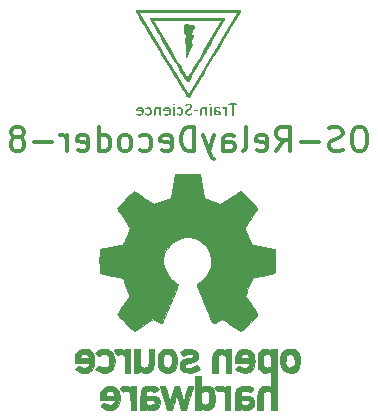
<source format=gbr>
%TF.GenerationSoftware,KiCad,Pcbnew,8.0.2*%
%TF.CreationDate,2024-10-13T21:39:52+02:00*%
%TF.ProjectId,OS-RelayDecoder-8,4f532d52-656c-4617-9944-65636f646572,rev?*%
%TF.SameCoordinates,Original*%
%TF.FileFunction,Legend,Bot*%
%TF.FilePolarity,Positive*%
%FSLAX46Y46*%
G04 Gerber Fmt 4.6, Leading zero omitted, Abs format (unit mm)*
G04 Created by KiCad (PCBNEW 8.0.2) date 2024-10-13 21:39:52*
%MOMM*%
%LPD*%
G01*
G04 APERTURE LIST*
G04 Aperture macros list*
%AMRoundRect*
0 Rectangle with rounded corners*
0 $1 Rounding radius*
0 $2 $3 $4 $5 $6 $7 $8 $9 X,Y pos of 4 corners*
0 Add a 4 corners polygon primitive as box body*
4,1,4,$2,$3,$4,$5,$6,$7,$8,$9,$2,$3,0*
0 Add four circle primitives for the rounded corners*
1,1,$1+$1,$2,$3*
1,1,$1+$1,$4,$5*
1,1,$1+$1,$6,$7*
1,1,$1+$1,$8,$9*
0 Add four rect primitives between the rounded corners*
20,1,$1+$1,$2,$3,$4,$5,0*
20,1,$1+$1,$4,$5,$6,$7,0*
20,1,$1+$1,$6,$7,$8,$9,0*
20,1,$1+$1,$8,$9,$2,$3,0*%
G04 Aperture macros list end*
%ADD10C,0.300000*%
%ADD11C,0.010000*%
%ADD12C,0.000000*%
%ADD13C,3.200000*%
%ADD14RoundRect,0.250000X-1.550000X0.650000X-1.550000X-0.650000X1.550000X-0.650000X1.550000X0.650000X0*%
%ADD15O,3.600000X1.800000*%
%ADD16RoundRect,0.250000X0.650000X1.550000X-0.650000X1.550000X-0.650000X-1.550000X0.650000X-1.550000X0*%
%ADD17O,1.800000X3.600000*%
%ADD18R,2.600000X2.600000*%
%ADD19C,2.600000*%
%ADD20C,2.200000*%
%ADD21R,1.700000X1.700000*%
%ADD22O,1.700000X1.700000*%
G04 APERTURE END LIST*
D10*
X97169048Y-97053638D02*
X96788095Y-97053638D01*
X96788095Y-97053638D02*
X96597619Y-97148876D01*
X96597619Y-97148876D02*
X96407143Y-97339352D01*
X96407143Y-97339352D02*
X96311905Y-97720304D01*
X96311905Y-97720304D02*
X96311905Y-98386971D01*
X96311905Y-98386971D02*
X96407143Y-98767923D01*
X96407143Y-98767923D02*
X96597619Y-98958400D01*
X96597619Y-98958400D02*
X96788095Y-99053638D01*
X96788095Y-99053638D02*
X97169048Y-99053638D01*
X97169048Y-99053638D02*
X97359524Y-98958400D01*
X97359524Y-98958400D02*
X97550000Y-98767923D01*
X97550000Y-98767923D02*
X97645238Y-98386971D01*
X97645238Y-98386971D02*
X97645238Y-97720304D01*
X97645238Y-97720304D02*
X97550000Y-97339352D01*
X97550000Y-97339352D02*
X97359524Y-97148876D01*
X97359524Y-97148876D02*
X97169048Y-97053638D01*
X95550000Y-98958400D02*
X95264286Y-99053638D01*
X95264286Y-99053638D02*
X94788095Y-99053638D01*
X94788095Y-99053638D02*
X94597619Y-98958400D01*
X94597619Y-98958400D02*
X94502381Y-98863161D01*
X94502381Y-98863161D02*
X94407143Y-98672685D01*
X94407143Y-98672685D02*
X94407143Y-98482209D01*
X94407143Y-98482209D02*
X94502381Y-98291733D01*
X94502381Y-98291733D02*
X94597619Y-98196495D01*
X94597619Y-98196495D02*
X94788095Y-98101257D01*
X94788095Y-98101257D02*
X95169048Y-98006019D01*
X95169048Y-98006019D02*
X95359524Y-97910780D01*
X95359524Y-97910780D02*
X95454762Y-97815542D01*
X95454762Y-97815542D02*
X95550000Y-97625066D01*
X95550000Y-97625066D02*
X95550000Y-97434590D01*
X95550000Y-97434590D02*
X95454762Y-97244114D01*
X95454762Y-97244114D02*
X95359524Y-97148876D01*
X95359524Y-97148876D02*
X95169048Y-97053638D01*
X95169048Y-97053638D02*
X94692857Y-97053638D01*
X94692857Y-97053638D02*
X94407143Y-97148876D01*
X93550000Y-98291733D02*
X92026191Y-98291733D01*
X89930953Y-99053638D02*
X90597620Y-98101257D01*
X91073810Y-99053638D02*
X91073810Y-97053638D01*
X91073810Y-97053638D02*
X90311905Y-97053638D01*
X90311905Y-97053638D02*
X90121429Y-97148876D01*
X90121429Y-97148876D02*
X90026191Y-97244114D01*
X90026191Y-97244114D02*
X89930953Y-97434590D01*
X89930953Y-97434590D02*
X89930953Y-97720304D01*
X89930953Y-97720304D02*
X90026191Y-97910780D01*
X90026191Y-97910780D02*
X90121429Y-98006019D01*
X90121429Y-98006019D02*
X90311905Y-98101257D01*
X90311905Y-98101257D02*
X91073810Y-98101257D01*
X88311905Y-98958400D02*
X88502381Y-99053638D01*
X88502381Y-99053638D02*
X88883334Y-99053638D01*
X88883334Y-99053638D02*
X89073810Y-98958400D01*
X89073810Y-98958400D02*
X89169048Y-98767923D01*
X89169048Y-98767923D02*
X89169048Y-98006019D01*
X89169048Y-98006019D02*
X89073810Y-97815542D01*
X89073810Y-97815542D02*
X88883334Y-97720304D01*
X88883334Y-97720304D02*
X88502381Y-97720304D01*
X88502381Y-97720304D02*
X88311905Y-97815542D01*
X88311905Y-97815542D02*
X88216667Y-98006019D01*
X88216667Y-98006019D02*
X88216667Y-98196495D01*
X88216667Y-98196495D02*
X89169048Y-98386971D01*
X87073810Y-99053638D02*
X87264286Y-98958400D01*
X87264286Y-98958400D02*
X87359524Y-98767923D01*
X87359524Y-98767923D02*
X87359524Y-97053638D01*
X85454762Y-99053638D02*
X85454762Y-98006019D01*
X85454762Y-98006019D02*
X85550000Y-97815542D01*
X85550000Y-97815542D02*
X85740476Y-97720304D01*
X85740476Y-97720304D02*
X86121429Y-97720304D01*
X86121429Y-97720304D02*
X86311905Y-97815542D01*
X85454762Y-98958400D02*
X85645238Y-99053638D01*
X85645238Y-99053638D02*
X86121429Y-99053638D01*
X86121429Y-99053638D02*
X86311905Y-98958400D01*
X86311905Y-98958400D02*
X86407143Y-98767923D01*
X86407143Y-98767923D02*
X86407143Y-98577447D01*
X86407143Y-98577447D02*
X86311905Y-98386971D01*
X86311905Y-98386971D02*
X86121429Y-98291733D01*
X86121429Y-98291733D02*
X85645238Y-98291733D01*
X85645238Y-98291733D02*
X85454762Y-98196495D01*
X84692857Y-97720304D02*
X84216667Y-99053638D01*
X83740476Y-97720304D02*
X84216667Y-99053638D01*
X84216667Y-99053638D02*
X84407143Y-99529828D01*
X84407143Y-99529828D02*
X84502381Y-99625066D01*
X84502381Y-99625066D02*
X84692857Y-99720304D01*
X82978571Y-99053638D02*
X82978571Y-97053638D01*
X82978571Y-97053638D02*
X82502381Y-97053638D01*
X82502381Y-97053638D02*
X82216666Y-97148876D01*
X82216666Y-97148876D02*
X82026190Y-97339352D01*
X82026190Y-97339352D02*
X81930952Y-97529828D01*
X81930952Y-97529828D02*
X81835714Y-97910780D01*
X81835714Y-97910780D02*
X81835714Y-98196495D01*
X81835714Y-98196495D02*
X81930952Y-98577447D01*
X81930952Y-98577447D02*
X82026190Y-98767923D01*
X82026190Y-98767923D02*
X82216666Y-98958400D01*
X82216666Y-98958400D02*
X82502381Y-99053638D01*
X82502381Y-99053638D02*
X82978571Y-99053638D01*
X80216666Y-98958400D02*
X80407142Y-99053638D01*
X80407142Y-99053638D02*
X80788095Y-99053638D01*
X80788095Y-99053638D02*
X80978571Y-98958400D01*
X80978571Y-98958400D02*
X81073809Y-98767923D01*
X81073809Y-98767923D02*
X81073809Y-98006019D01*
X81073809Y-98006019D02*
X80978571Y-97815542D01*
X80978571Y-97815542D02*
X80788095Y-97720304D01*
X80788095Y-97720304D02*
X80407142Y-97720304D01*
X80407142Y-97720304D02*
X80216666Y-97815542D01*
X80216666Y-97815542D02*
X80121428Y-98006019D01*
X80121428Y-98006019D02*
X80121428Y-98196495D01*
X80121428Y-98196495D02*
X81073809Y-98386971D01*
X78407142Y-98958400D02*
X78597618Y-99053638D01*
X78597618Y-99053638D02*
X78978571Y-99053638D01*
X78978571Y-99053638D02*
X79169047Y-98958400D01*
X79169047Y-98958400D02*
X79264285Y-98863161D01*
X79264285Y-98863161D02*
X79359523Y-98672685D01*
X79359523Y-98672685D02*
X79359523Y-98101257D01*
X79359523Y-98101257D02*
X79264285Y-97910780D01*
X79264285Y-97910780D02*
X79169047Y-97815542D01*
X79169047Y-97815542D02*
X78978571Y-97720304D01*
X78978571Y-97720304D02*
X78597618Y-97720304D01*
X78597618Y-97720304D02*
X78407142Y-97815542D01*
X77264285Y-99053638D02*
X77454761Y-98958400D01*
X77454761Y-98958400D02*
X77549999Y-98863161D01*
X77549999Y-98863161D02*
X77645237Y-98672685D01*
X77645237Y-98672685D02*
X77645237Y-98101257D01*
X77645237Y-98101257D02*
X77549999Y-97910780D01*
X77549999Y-97910780D02*
X77454761Y-97815542D01*
X77454761Y-97815542D02*
X77264285Y-97720304D01*
X77264285Y-97720304D02*
X76978570Y-97720304D01*
X76978570Y-97720304D02*
X76788094Y-97815542D01*
X76788094Y-97815542D02*
X76692856Y-97910780D01*
X76692856Y-97910780D02*
X76597618Y-98101257D01*
X76597618Y-98101257D02*
X76597618Y-98672685D01*
X76597618Y-98672685D02*
X76692856Y-98863161D01*
X76692856Y-98863161D02*
X76788094Y-98958400D01*
X76788094Y-98958400D02*
X76978570Y-99053638D01*
X76978570Y-99053638D02*
X77264285Y-99053638D01*
X74883332Y-99053638D02*
X74883332Y-97053638D01*
X74883332Y-98958400D02*
X75073808Y-99053638D01*
X75073808Y-99053638D02*
X75454761Y-99053638D01*
X75454761Y-99053638D02*
X75645237Y-98958400D01*
X75645237Y-98958400D02*
X75740475Y-98863161D01*
X75740475Y-98863161D02*
X75835713Y-98672685D01*
X75835713Y-98672685D02*
X75835713Y-98101257D01*
X75835713Y-98101257D02*
X75740475Y-97910780D01*
X75740475Y-97910780D02*
X75645237Y-97815542D01*
X75645237Y-97815542D02*
X75454761Y-97720304D01*
X75454761Y-97720304D02*
X75073808Y-97720304D01*
X75073808Y-97720304D02*
X74883332Y-97815542D01*
X73169046Y-98958400D02*
X73359522Y-99053638D01*
X73359522Y-99053638D02*
X73740475Y-99053638D01*
X73740475Y-99053638D02*
X73930951Y-98958400D01*
X73930951Y-98958400D02*
X74026189Y-98767923D01*
X74026189Y-98767923D02*
X74026189Y-98006019D01*
X74026189Y-98006019D02*
X73930951Y-97815542D01*
X73930951Y-97815542D02*
X73740475Y-97720304D01*
X73740475Y-97720304D02*
X73359522Y-97720304D01*
X73359522Y-97720304D02*
X73169046Y-97815542D01*
X73169046Y-97815542D02*
X73073808Y-98006019D01*
X73073808Y-98006019D02*
X73073808Y-98196495D01*
X73073808Y-98196495D02*
X74026189Y-98386971D01*
X72216665Y-99053638D02*
X72216665Y-97720304D01*
X72216665Y-98101257D02*
X72121427Y-97910780D01*
X72121427Y-97910780D02*
X72026189Y-97815542D01*
X72026189Y-97815542D02*
X71835713Y-97720304D01*
X71835713Y-97720304D02*
X71645236Y-97720304D01*
X70978570Y-98291733D02*
X69454761Y-98291733D01*
X68216666Y-97910780D02*
X68407142Y-97815542D01*
X68407142Y-97815542D02*
X68502380Y-97720304D01*
X68502380Y-97720304D02*
X68597618Y-97529828D01*
X68597618Y-97529828D02*
X68597618Y-97434590D01*
X68597618Y-97434590D02*
X68502380Y-97244114D01*
X68502380Y-97244114D02*
X68407142Y-97148876D01*
X68407142Y-97148876D02*
X68216666Y-97053638D01*
X68216666Y-97053638D02*
X67835713Y-97053638D01*
X67835713Y-97053638D02*
X67645237Y-97148876D01*
X67645237Y-97148876D02*
X67549999Y-97244114D01*
X67549999Y-97244114D02*
X67454761Y-97434590D01*
X67454761Y-97434590D02*
X67454761Y-97529828D01*
X67454761Y-97529828D02*
X67549999Y-97720304D01*
X67549999Y-97720304D02*
X67645237Y-97815542D01*
X67645237Y-97815542D02*
X67835713Y-97910780D01*
X67835713Y-97910780D02*
X68216666Y-97910780D01*
X68216666Y-97910780D02*
X68407142Y-98006019D01*
X68407142Y-98006019D02*
X68502380Y-98101257D01*
X68502380Y-98101257D02*
X68597618Y-98291733D01*
X68597618Y-98291733D02*
X68597618Y-98672685D01*
X68597618Y-98672685D02*
X68502380Y-98863161D01*
X68502380Y-98863161D02*
X68407142Y-98958400D01*
X68407142Y-98958400D02*
X68216666Y-99053638D01*
X68216666Y-99053638D02*
X67835713Y-99053638D01*
X67835713Y-99053638D02*
X67645237Y-98958400D01*
X67645237Y-98958400D02*
X67549999Y-98863161D01*
X67549999Y-98863161D02*
X67454761Y-98672685D01*
X67454761Y-98672685D02*
X67454761Y-98291733D01*
X67454761Y-98291733D02*
X67549999Y-98101257D01*
X67549999Y-98101257D02*
X67645237Y-98006019D01*
X67645237Y-98006019D02*
X67835713Y-97910780D01*
D11*
%TO.C,REF\u002A\u002A*%
X76750866Y-115812703D02*
X76852946Y-115844569D01*
X76978656Y-115897536D01*
X77039522Y-115926000D01*
X77083450Y-115931146D01*
X77093164Y-115891692D01*
X77093173Y-115890576D01*
X77113742Y-115852909D01*
X77184682Y-115833602D01*
X77322180Y-115828164D01*
X77551197Y-115828164D01*
X77551197Y-117826853D01*
X77093164Y-117826853D01*
X77093164Y-116448778D01*
X76979300Y-116343252D01*
X76943727Y-116313261D01*
X76837766Y-116262020D01*
X76707280Y-116259967D01*
X76529607Y-116305182D01*
X76469713Y-116308045D01*
X76399454Y-116264182D01*
X76305937Y-116159927D01*
X76260573Y-116102259D01*
X76206924Y-116020834D01*
X76198656Y-115969004D01*
X76228694Y-115925280D01*
X76320908Y-115869989D01*
X76464131Y-115826231D01*
X76619520Y-115804533D01*
X76750866Y-115812703D01*
G36*
X76750866Y-115812703D02*
G01*
X76852946Y-115844569D01*
X76978656Y-115897536D01*
X77039522Y-115926000D01*
X77083450Y-115931146D01*
X77093164Y-115891692D01*
X77093173Y-115890576D01*
X77113742Y-115852909D01*
X77184682Y-115833602D01*
X77322180Y-115828164D01*
X77551197Y-115828164D01*
X77551197Y-117826853D01*
X77093164Y-117826853D01*
X77093164Y-116448778D01*
X76979300Y-116343252D01*
X76943727Y-116313261D01*
X76837766Y-116262020D01*
X76707280Y-116259967D01*
X76529607Y-116305182D01*
X76469713Y-116308045D01*
X76399454Y-116264182D01*
X76305937Y-116159927D01*
X76260573Y-116102259D01*
X76206924Y-116020834D01*
X76198656Y-115969004D01*
X76228694Y-115925280D01*
X76320908Y-115869989D01*
X76464131Y-115826231D01*
X76619520Y-115804533D01*
X76750866Y-115812703D01*
G37*
X77357320Y-118978538D02*
X77483122Y-119037416D01*
X77592836Y-119123717D01*
X77592836Y-119037416D01*
X77595570Y-119004648D01*
X77621008Y-118969907D01*
X77689801Y-118954563D01*
X77821852Y-118951115D01*
X78050869Y-118951115D01*
X78050869Y-120991443D01*
X77592836Y-120991443D01*
X77592836Y-120327172D01*
X77592781Y-120289038D01*
X77588874Y-120020969D01*
X77579284Y-119802606D01*
X77564697Y-119645115D01*
X77545795Y-119559659D01*
X77528440Y-119527399D01*
X77421601Y-119426220D01*
X77276074Y-119381433D01*
X77117167Y-119402327D01*
X77078189Y-119416488D01*
X76995156Y-119441519D01*
X76938408Y-119433746D01*
X76881306Y-119382867D01*
X76797213Y-119278579D01*
X76660821Y-119106370D01*
X76756688Y-119028743D01*
X76847818Y-118982017D01*
X77007893Y-118950460D01*
X77188319Y-118949426D01*
X77357320Y-118978538D01*
G36*
X77357320Y-118978538D02*
G01*
X77483122Y-119037416D01*
X77592836Y-119123717D01*
X77592836Y-119037416D01*
X77595570Y-119004648D01*
X77621008Y-118969907D01*
X77689801Y-118954563D01*
X77821852Y-118951115D01*
X78050869Y-118951115D01*
X78050869Y-120991443D01*
X77592836Y-120991443D01*
X77592836Y-120327172D01*
X77592781Y-120289038D01*
X77588874Y-120020969D01*
X77579284Y-119802606D01*
X77564697Y-119645115D01*
X77545795Y-119559659D01*
X77528440Y-119527399D01*
X77421601Y-119426220D01*
X77276074Y-119381433D01*
X77117167Y-119402327D01*
X77078189Y-119416488D01*
X76995156Y-119441519D01*
X76938408Y-119433746D01*
X76881306Y-119382867D01*
X76797213Y-119278579D01*
X76660821Y-119106370D01*
X76756688Y-119028743D01*
X76847818Y-118982017D01*
X77007893Y-118950460D01*
X77188319Y-118949426D01*
X77357320Y-118978538D01*
G37*
X86045623Y-120991443D02*
X85629230Y-120991443D01*
X85629230Y-120348744D01*
X85628769Y-120199246D01*
X85624034Y-119951641D01*
X85612048Y-119768334D01*
X85590209Y-119636652D01*
X85555918Y-119543924D01*
X85506574Y-119477479D01*
X85439576Y-119424646D01*
X85366436Y-119385278D01*
X85279828Y-119374116D01*
X85156652Y-119398938D01*
X85117068Y-119409272D01*
X85018263Y-119424825D01*
X84947612Y-119402540D01*
X84865728Y-119333568D01*
X84850190Y-119318568D01*
X84764282Y-119225777D01*
X84708881Y-119150333D01*
X84701281Y-119132158D01*
X84716340Y-119065044D01*
X84792700Y-119011387D01*
X84913214Y-118973729D01*
X85060737Y-118954613D01*
X85218123Y-118956581D01*
X85368227Y-118982175D01*
X85493902Y-119033937D01*
X85533737Y-119058108D01*
X85600800Y-119093484D01*
X85625625Y-119085383D01*
X85629230Y-119033782D01*
X85630075Y-119015255D01*
X85650163Y-118974218D01*
X85712475Y-118955540D01*
X85837426Y-118951115D01*
X86045623Y-118951115D01*
X86045623Y-120991443D01*
G36*
X86045623Y-120991443D02*
G01*
X85629230Y-120991443D01*
X85629230Y-120348744D01*
X85628769Y-120199246D01*
X85624034Y-119951641D01*
X85612048Y-119768334D01*
X85590209Y-119636652D01*
X85555918Y-119543924D01*
X85506574Y-119477479D01*
X85439576Y-119424646D01*
X85366436Y-119385278D01*
X85279828Y-119374116D01*
X85156652Y-119398938D01*
X85117068Y-119409272D01*
X85018263Y-119424825D01*
X84947612Y-119402540D01*
X84865728Y-119333568D01*
X84850190Y-119318568D01*
X84764282Y-119225777D01*
X84708881Y-119150333D01*
X84701281Y-119132158D01*
X84716340Y-119065044D01*
X84792700Y-119011387D01*
X84913214Y-118973729D01*
X85060737Y-118954613D01*
X85218123Y-118956581D01*
X85368227Y-118982175D01*
X85493902Y-119033937D01*
X85533737Y-119058108D01*
X85600800Y-119093484D01*
X85625625Y-119085383D01*
X85629230Y-119033782D01*
X85630075Y-119015255D01*
X85650163Y-118974218D01*
X85712475Y-118955540D01*
X85837426Y-118951115D01*
X86045623Y-118951115D01*
X86045623Y-120991443D01*
G37*
X78383984Y-116476311D02*
X78387496Y-116767896D01*
X78401245Y-117003391D01*
X78429099Y-117174561D01*
X78474916Y-117290995D01*
X78542556Y-117362287D01*
X78635877Y-117398028D01*
X78758738Y-117407811D01*
X78876046Y-117399080D01*
X78970789Y-117364905D01*
X79039652Y-117295671D01*
X79086496Y-117181786D01*
X79115177Y-117013660D01*
X79129556Y-116781698D01*
X79133492Y-116476311D01*
X79133492Y-115828164D01*
X79549885Y-115828164D01*
X79549885Y-116609551D01*
X79549171Y-116818118D01*
X79543619Y-117087827D01*
X79529688Y-117293515D01*
X79504004Y-117446957D01*
X79463192Y-117559928D01*
X79403878Y-117644204D01*
X79322687Y-117711558D01*
X79216245Y-117773766D01*
X78992726Y-117852516D01*
X78759452Y-117857654D01*
X78539515Y-117785132D01*
X78443553Y-117738121D01*
X78395946Y-117731094D01*
X78383984Y-117764313D01*
X78364122Y-117801611D01*
X78293029Y-117821258D01*
X78154967Y-117826853D01*
X77925951Y-117826853D01*
X77925951Y-115828164D01*
X78383984Y-115828164D01*
X78383984Y-116476311D01*
G36*
X78383984Y-116476311D02*
G01*
X78387496Y-116767896D01*
X78401245Y-117003391D01*
X78429099Y-117174561D01*
X78474916Y-117290995D01*
X78542556Y-117362287D01*
X78635877Y-117398028D01*
X78758738Y-117407811D01*
X78876046Y-117399080D01*
X78970789Y-117364905D01*
X79039652Y-117295671D01*
X79086496Y-117181786D01*
X79115177Y-117013660D01*
X79129556Y-116781698D01*
X79133492Y-116476311D01*
X79133492Y-115828164D01*
X79549885Y-115828164D01*
X79549885Y-116609551D01*
X79549171Y-116818118D01*
X79543619Y-117087827D01*
X79529688Y-117293515D01*
X79504004Y-117446957D01*
X79463192Y-117559928D01*
X79403878Y-117644204D01*
X79322687Y-117711558D01*
X79216245Y-117773766D01*
X78992726Y-117852516D01*
X78759452Y-117857654D01*
X78539515Y-117785132D01*
X78443553Y-117738121D01*
X78395946Y-117731094D01*
X78383984Y-117764313D01*
X78364122Y-117801611D01*
X78293029Y-117821258D01*
X78154967Y-117826853D01*
X77925951Y-117826853D01*
X77925951Y-115828164D01*
X78383984Y-115828164D01*
X78383984Y-116476311D01*
G37*
X85345727Y-115824224D02*
X85535541Y-115883861D01*
X85619233Y-115924395D01*
X85661325Y-115928581D01*
X85670869Y-115891692D01*
X85670878Y-115890576D01*
X85691447Y-115852909D01*
X85762386Y-115833602D01*
X85899885Y-115828164D01*
X86128902Y-115828164D01*
X86128902Y-117826853D01*
X85670869Y-117826853D01*
X85670869Y-117137911D01*
X85670556Y-116905270D01*
X85668414Y-116714168D01*
X85662684Y-116580441D01*
X85651603Y-116490463D01*
X85633413Y-116430607D01*
X85606353Y-116387249D01*
X85568663Y-116346763D01*
X85517323Y-116303701D01*
X85369694Y-116245843D01*
X85214731Y-116262824D01*
X85072776Y-116354334D01*
X85032203Y-116396924D01*
X85003076Y-116440026D01*
X84983541Y-116497386D01*
X84971681Y-116582807D01*
X84965581Y-116710093D01*
X84963326Y-116893050D01*
X84963000Y-117145481D01*
X84963000Y-117826853D01*
X84504967Y-117826853D01*
X84505882Y-117087754D01*
X84505944Y-117054833D01*
X84509915Y-116740448D01*
X84522115Y-116496233D01*
X84545677Y-116310313D01*
X84583738Y-116170811D01*
X84639432Y-116065853D01*
X84715894Y-115983561D01*
X84816260Y-115912062D01*
X84919892Y-115862563D01*
X85128599Y-115817591D01*
X85345727Y-115824224D01*
G36*
X85345727Y-115824224D02*
G01*
X85535541Y-115883861D01*
X85619233Y-115924395D01*
X85661325Y-115928581D01*
X85670869Y-115891692D01*
X85670878Y-115890576D01*
X85691447Y-115852909D01*
X85762386Y-115833602D01*
X85899885Y-115828164D01*
X86128902Y-115828164D01*
X86128902Y-117826853D01*
X85670869Y-117826853D01*
X85670869Y-117137911D01*
X85670556Y-116905270D01*
X85668414Y-116714168D01*
X85662684Y-116580441D01*
X85651603Y-116490463D01*
X85633413Y-116430607D01*
X85606353Y-116387249D01*
X85568663Y-116346763D01*
X85517323Y-116303701D01*
X85369694Y-116245843D01*
X85214731Y-116262824D01*
X85072776Y-116354334D01*
X85032203Y-116396924D01*
X85003076Y-116440026D01*
X84983541Y-116497386D01*
X84971681Y-116582807D01*
X84965581Y-116710093D01*
X84963326Y-116893050D01*
X84963000Y-117145481D01*
X84963000Y-117826853D01*
X84504967Y-117826853D01*
X84505882Y-117087754D01*
X84505944Y-117054833D01*
X84509915Y-116740448D01*
X84522115Y-116496233D01*
X84545677Y-116310313D01*
X84583738Y-116170811D01*
X84639432Y-116065853D01*
X84715894Y-115983561D01*
X84816260Y-115912062D01*
X84919892Y-115862563D01*
X85128599Y-115817591D01*
X85345727Y-115824224D01*
G37*
X75579536Y-115837698D02*
X75806741Y-115926217D01*
X75998898Y-116072341D01*
X76140824Y-116273039D01*
X76150408Y-116293503D01*
X76211257Y-116493093D01*
X76241658Y-116731510D01*
X76241419Y-116979745D01*
X76210346Y-117208791D01*
X76148247Y-117389639D01*
X76071574Y-117515685D01*
X75902806Y-117694249D01*
X75691784Y-117807755D01*
X75511240Y-117853653D01*
X75236327Y-117858666D01*
X74973260Y-117789443D01*
X74739977Y-117648978D01*
X74588989Y-117524521D01*
X74724982Y-117384212D01*
X74810898Y-117301092D01*
X74888613Y-117254813D01*
X74960670Y-117265004D01*
X75052836Y-117327180D01*
X75089585Y-117351522D01*
X75244838Y-117401342D01*
X75423283Y-117401311D01*
X75590350Y-117349964D01*
X75653258Y-117308730D01*
X75745533Y-117186966D01*
X75791792Y-117008124D01*
X75794769Y-116764373D01*
X75794760Y-116764236D01*
X75760342Y-116546154D01*
X75684525Y-116394949D01*
X75559766Y-116301418D01*
X75378525Y-116256357D01*
X75264390Y-116250296D01*
X75164664Y-116275113D01*
X75062386Y-116347010D01*
X74930033Y-116458378D01*
X74762418Y-116323679D01*
X74701181Y-116272077D01*
X74624692Y-116198142D01*
X74594803Y-116154571D01*
X74605388Y-116134936D01*
X74666352Y-116074651D01*
X74763469Y-115997981D01*
X74839457Y-115948090D01*
X75080712Y-115845602D01*
X75332465Y-115809815D01*
X75579536Y-115837698D01*
G36*
X75579536Y-115837698D02*
G01*
X75806741Y-115926217D01*
X75998898Y-116072341D01*
X76140824Y-116273039D01*
X76150408Y-116293503D01*
X76211257Y-116493093D01*
X76241658Y-116731510D01*
X76241419Y-116979745D01*
X76210346Y-117208791D01*
X76148247Y-117389639D01*
X76071574Y-117515685D01*
X75902806Y-117694249D01*
X75691784Y-117807755D01*
X75511240Y-117853653D01*
X75236327Y-117858666D01*
X74973260Y-117789443D01*
X74739977Y-117648978D01*
X74588989Y-117524521D01*
X74724982Y-117384212D01*
X74810898Y-117301092D01*
X74888613Y-117254813D01*
X74960670Y-117265004D01*
X75052836Y-117327180D01*
X75089585Y-117351522D01*
X75244838Y-117401342D01*
X75423283Y-117401311D01*
X75590350Y-117349964D01*
X75653258Y-117308730D01*
X75745533Y-117186966D01*
X75791792Y-117008124D01*
X75794769Y-116764373D01*
X75794760Y-116764236D01*
X75760342Y-116546154D01*
X75684525Y-116394949D01*
X75559766Y-116301418D01*
X75378525Y-116256357D01*
X75264390Y-116250296D01*
X75164664Y-116275113D01*
X75062386Y-116347010D01*
X74930033Y-116458378D01*
X74762418Y-116323679D01*
X74701181Y-116272077D01*
X74624692Y-116198142D01*
X74594803Y-116154571D01*
X74605388Y-116134936D01*
X74666352Y-116074651D01*
X74763469Y-115997981D01*
X74839457Y-115948090D01*
X75080712Y-115845602D01*
X75332465Y-115809815D01*
X75579536Y-115837698D01*
G37*
X81538363Y-116971142D02*
X81526746Y-117102920D01*
X81475401Y-117354503D01*
X81383562Y-117546478D01*
X81243779Y-117691484D01*
X81048604Y-117802161D01*
X80972826Y-117828501D01*
X80776573Y-117861365D01*
X80570055Y-117860472D01*
X80395793Y-117824373D01*
X80392368Y-117823063D01*
X80251935Y-117740452D01*
X80110058Y-117612566D01*
X79992333Y-117466323D01*
X79924357Y-117328637D01*
X79904206Y-117227991D01*
X79886955Y-117039550D01*
X79884064Y-116871581D01*
X80303576Y-116871581D01*
X80328655Y-117073051D01*
X80387572Y-117238599D01*
X80476834Y-117346772D01*
X80510667Y-117365345D01*
X80639682Y-117399104D01*
X80788907Y-117406050D01*
X80914450Y-117382590D01*
X80963449Y-117348949D01*
X81032228Y-117231303D01*
X81075506Y-117047177D01*
X81090541Y-116805553D01*
X81090301Y-116735999D01*
X81085077Y-116595064D01*
X81067707Y-116503126D01*
X81031265Y-116435193D01*
X80968826Y-116366273D01*
X80850013Y-116282738D01*
X80695339Y-116248587D01*
X80545896Y-116281114D01*
X80421809Y-116375191D01*
X80343204Y-116525690D01*
X80315826Y-116655646D01*
X80303576Y-116871581D01*
X79884064Y-116871581D01*
X79883261Y-116824939D01*
X79892517Y-116611333D01*
X79914114Y-116425907D01*
X79947446Y-116295838D01*
X80025085Y-116148574D01*
X80189864Y-115967505D01*
X80400479Y-115852805D01*
X80650664Y-115807406D01*
X80934158Y-115834236D01*
X80981330Y-115845666D01*
X81201007Y-115944230D01*
X81366543Y-116106049D01*
X81477944Y-116331134D01*
X81535215Y-116619495D01*
X81536881Y-116805553D01*
X81538363Y-116971142D01*
G36*
X81538363Y-116971142D02*
G01*
X81526746Y-117102920D01*
X81475401Y-117354503D01*
X81383562Y-117546478D01*
X81243779Y-117691484D01*
X81048604Y-117802161D01*
X80972826Y-117828501D01*
X80776573Y-117861365D01*
X80570055Y-117860472D01*
X80395793Y-117824373D01*
X80392368Y-117823063D01*
X80251935Y-117740452D01*
X80110058Y-117612566D01*
X79992333Y-117466323D01*
X79924357Y-117328637D01*
X79904206Y-117227991D01*
X79886955Y-117039550D01*
X79884064Y-116871581D01*
X80303576Y-116871581D01*
X80328655Y-117073051D01*
X80387572Y-117238599D01*
X80476834Y-117346772D01*
X80510667Y-117365345D01*
X80639682Y-117399104D01*
X80788907Y-117406050D01*
X80914450Y-117382590D01*
X80963449Y-117348949D01*
X81032228Y-117231303D01*
X81075506Y-117047177D01*
X81090541Y-116805553D01*
X81090301Y-116735999D01*
X81085077Y-116595064D01*
X81067707Y-116503126D01*
X81031265Y-116435193D01*
X80968826Y-116366273D01*
X80850013Y-116282738D01*
X80695339Y-116248587D01*
X80545896Y-116281114D01*
X80421809Y-116375191D01*
X80343204Y-116525690D01*
X80315826Y-116655646D01*
X80303576Y-116871581D01*
X79884064Y-116871581D01*
X79883261Y-116824939D01*
X79892517Y-116611333D01*
X79914114Y-116425907D01*
X79947446Y-116295838D01*
X80025085Y-116148574D01*
X80189864Y-115967505D01*
X80400479Y-115852805D01*
X80650664Y-115807406D01*
X80934158Y-115834236D01*
X80981330Y-115845666D01*
X81201007Y-115944230D01*
X81366543Y-116106049D01*
X81477944Y-116331134D01*
X81535215Y-116619495D01*
X81536881Y-116805553D01*
X81538363Y-116971142D01*
G37*
X81869976Y-119604956D02*
X81926269Y-119772911D01*
X81992862Y-119958842D01*
X82048470Y-120099697D01*
X82088496Y-120183998D01*
X82108344Y-120200269D01*
X82113134Y-120186120D01*
X82139056Y-120099331D01*
X82180345Y-119954377D01*
X82232415Y-119767486D01*
X82290683Y-119554885D01*
X82449208Y-118971935D01*
X82691253Y-118959288D01*
X82711685Y-118958275D01*
X82842208Y-118956935D01*
X82904928Y-118970334D01*
X82912916Y-119000928D01*
X82902826Y-119030808D01*
X82869631Y-119133076D01*
X82817661Y-119295048D01*
X82750620Y-119505138D01*
X82672209Y-119751759D01*
X82586133Y-120023328D01*
X82279733Y-120991443D01*
X81896454Y-120991443D01*
X81715857Y-120377262D01*
X81682509Y-120264482D01*
X81620878Y-120059448D01*
X81568215Y-119888605D01*
X81529262Y-119767217D01*
X81508761Y-119710549D01*
X81502920Y-119706321D01*
X81474497Y-119742874D01*
X81433915Y-119839537D01*
X81387919Y-119981205D01*
X81385489Y-119989526D01*
X81323908Y-120198604D01*
X81253447Y-120435335D01*
X81188882Y-120650070D01*
X81084189Y-120995746D01*
X80891118Y-120983185D01*
X80698048Y-120970623D01*
X80519228Y-120408492D01*
X80440719Y-120161492D01*
X80352777Y-119884471D01*
X80268567Y-119618903D01*
X80198861Y-119398738D01*
X80057313Y-118951115D01*
X80530864Y-118951115D01*
X80645645Y-119377918D01*
X80676158Y-119490693D01*
X80733867Y-119700936D01*
X80787309Y-119892204D01*
X80827936Y-120033738D01*
X80895445Y-120262754D01*
X81110752Y-119617344D01*
X81326058Y-118971935D01*
X81655422Y-118947209D01*
X81869976Y-119604956D01*
G36*
X81869976Y-119604956D02*
G01*
X81926269Y-119772911D01*
X81992862Y-119958842D01*
X82048470Y-120099697D01*
X82088496Y-120183998D01*
X82108344Y-120200269D01*
X82113134Y-120186120D01*
X82139056Y-120099331D01*
X82180345Y-119954377D01*
X82232415Y-119767486D01*
X82290683Y-119554885D01*
X82449208Y-118971935D01*
X82691253Y-118959288D01*
X82711685Y-118958275D01*
X82842208Y-118956935D01*
X82904928Y-118970334D01*
X82912916Y-119000928D01*
X82902826Y-119030808D01*
X82869631Y-119133076D01*
X82817661Y-119295048D01*
X82750620Y-119505138D01*
X82672209Y-119751759D01*
X82586133Y-120023328D01*
X82279733Y-120991443D01*
X81896454Y-120991443D01*
X81715857Y-120377262D01*
X81682509Y-120264482D01*
X81620878Y-120059448D01*
X81568215Y-119888605D01*
X81529262Y-119767217D01*
X81508761Y-119710549D01*
X81502920Y-119706321D01*
X81474497Y-119742874D01*
X81433915Y-119839537D01*
X81387919Y-119981205D01*
X81385489Y-119989526D01*
X81323908Y-120198604D01*
X81253447Y-120435335D01*
X81188882Y-120650070D01*
X81084189Y-120995746D01*
X80891118Y-120983185D01*
X80698048Y-120970623D01*
X80519228Y-120408492D01*
X80440719Y-120161492D01*
X80352777Y-119884471D01*
X80268567Y-119618903D01*
X80198861Y-119398738D01*
X80057313Y-118951115D01*
X80530864Y-118951115D01*
X80645645Y-119377918D01*
X80676158Y-119490693D01*
X80733867Y-119700936D01*
X80787309Y-119892204D01*
X80827936Y-120033738D01*
X80895445Y-120262754D01*
X81110752Y-119617344D01*
X81326058Y-118971935D01*
X81655422Y-118947209D01*
X81869976Y-119604956D01*
G37*
X91910367Y-116941868D02*
X91904991Y-117072273D01*
X91892788Y-117231294D01*
X91871999Y-117344005D01*
X91837670Y-117433314D01*
X91784846Y-117522130D01*
X91782596Y-117525496D01*
X91652521Y-117669393D01*
X91493370Y-117779145D01*
X91308303Y-117844272D01*
X91064846Y-117865418D01*
X90826232Y-117823838D01*
X90612945Y-117723643D01*
X90445471Y-117568941D01*
X90397391Y-117495847D01*
X90307602Y-117268614D01*
X90263070Y-116988256D01*
X90263832Y-116917339D01*
X90711358Y-116917339D01*
X90712200Y-117049967D01*
X90726263Y-117138512D01*
X90758303Y-117206550D01*
X90813080Y-117277653D01*
X90889096Y-117348212D01*
X91041131Y-117411179D01*
X91204377Y-117399484D01*
X91360397Y-117311971D01*
X91404407Y-117270173D01*
X91451398Y-117198621D01*
X91477455Y-117098049D01*
X91492225Y-116941335D01*
X91496294Y-116823611D01*
X91474004Y-116583198D01*
X91405600Y-116411075D01*
X91290780Y-116306292D01*
X91156187Y-116256117D01*
X90995671Y-116260340D01*
X90846880Y-116345050D01*
X90811309Y-116377298D01*
X90766420Y-116433721D01*
X90739788Y-116507538D01*
X90725011Y-116620710D01*
X90715691Y-116795195D01*
X90711358Y-116917339D01*
X90263832Y-116917339D01*
X90266505Y-116668408D01*
X90270888Y-116623042D01*
X90332043Y-116332482D01*
X90445184Y-116106919D01*
X90610553Y-115946108D01*
X90828390Y-115849802D01*
X91098936Y-115817754D01*
X91201151Y-115820762D01*
X91410769Y-115857566D01*
X91582175Y-115945412D01*
X91741978Y-116095802D01*
X91767536Y-116125986D01*
X91836468Y-116227641D01*
X91881772Y-116342745D01*
X91906893Y-116488610D01*
X91915276Y-116682548D01*
X91912605Y-116823611D01*
X91910367Y-116941868D01*
G36*
X91910367Y-116941868D02*
G01*
X91904991Y-117072273D01*
X91892788Y-117231294D01*
X91871999Y-117344005D01*
X91837670Y-117433314D01*
X91784846Y-117522130D01*
X91782596Y-117525496D01*
X91652521Y-117669393D01*
X91493370Y-117779145D01*
X91308303Y-117844272D01*
X91064846Y-117865418D01*
X90826232Y-117823838D01*
X90612945Y-117723643D01*
X90445471Y-117568941D01*
X90397391Y-117495847D01*
X90307602Y-117268614D01*
X90263070Y-116988256D01*
X90263832Y-116917339D01*
X90711358Y-116917339D01*
X90712200Y-117049967D01*
X90726263Y-117138512D01*
X90758303Y-117206550D01*
X90813080Y-117277653D01*
X90889096Y-117348212D01*
X91041131Y-117411179D01*
X91204377Y-117399484D01*
X91360397Y-117311971D01*
X91404407Y-117270173D01*
X91451398Y-117198621D01*
X91477455Y-117098049D01*
X91492225Y-116941335D01*
X91496294Y-116823611D01*
X91474004Y-116583198D01*
X91405600Y-116411075D01*
X91290780Y-116306292D01*
X91156187Y-116256117D01*
X90995671Y-116260340D01*
X90846880Y-116345050D01*
X90811309Y-116377298D01*
X90766420Y-116433721D01*
X90739788Y-116507538D01*
X90725011Y-116620710D01*
X90715691Y-116795195D01*
X90711358Y-116917339D01*
X90263832Y-116917339D01*
X90266505Y-116668408D01*
X90270888Y-116623042D01*
X90332043Y-116332482D01*
X90445184Y-116106919D01*
X90610553Y-115946108D01*
X90828390Y-115849802D01*
X91098936Y-115817754D01*
X91201151Y-115820762D01*
X91410769Y-115857566D01*
X91582175Y-115945412D01*
X91741978Y-116095802D01*
X91767536Y-116125986D01*
X91836468Y-116227641D01*
X91881772Y-116342745D01*
X91906893Y-116488610D01*
X91915276Y-116682548D01*
X91912605Y-116823611D01*
X91910367Y-116941868D01*
G37*
X84710440Y-120127117D02*
X84705161Y-120305136D01*
X84694546Y-120429141D01*
X84692727Y-120440506D01*
X84621284Y-120643781D01*
X84490813Y-120816118D01*
X84319655Y-120932873D01*
X84135853Y-120981201D01*
X83909777Y-120977451D01*
X83701804Y-120912653D01*
X83647633Y-120885308D01*
X83577974Y-120856008D01*
X83551466Y-120865123D01*
X83547262Y-120912653D01*
X83545332Y-120936354D01*
X83520405Y-120971407D01*
X83451175Y-120987546D01*
X83318246Y-120991443D01*
X83089230Y-120991443D01*
X83089230Y-119991736D01*
X83547262Y-119991736D01*
X83550544Y-120164926D01*
X83563866Y-120280231D01*
X83592308Y-120359224D01*
X83640951Y-120425422D01*
X83769393Y-120523848D01*
X83919701Y-120556845D01*
X84065456Y-120516041D01*
X84188217Y-120402217D01*
X84220666Y-120318924D01*
X84244635Y-120171428D01*
X84255172Y-119992480D01*
X84251852Y-119808934D01*
X84234250Y-119647646D01*
X84201940Y-119535473D01*
X84191617Y-119517076D01*
X84092109Y-119424626D01*
X83957257Y-119383669D01*
X83812428Y-119393195D01*
X83682988Y-119452195D01*
X83594303Y-119559659D01*
X83590638Y-119568698D01*
X83568647Y-119669540D01*
X83553135Y-119820229D01*
X83547262Y-119991736D01*
X83089230Y-119991736D01*
X83089230Y-118159967D01*
X83547262Y-118159967D01*
X83547262Y-119130579D01*
X83632101Y-119053801D01*
X83713787Y-119006081D01*
X83868393Y-118966190D01*
X84049121Y-118953336D01*
X84225616Y-118969117D01*
X84367521Y-119015127D01*
X84469088Y-119080579D01*
X84573706Y-119192077D01*
X84644117Y-119342024D01*
X84686442Y-119544856D01*
X84706806Y-119815010D01*
X84709800Y-119924212D01*
X84710016Y-119992480D01*
X84710440Y-120127117D01*
G36*
X84710440Y-120127117D02*
G01*
X84705161Y-120305136D01*
X84694546Y-120429141D01*
X84692727Y-120440506D01*
X84621284Y-120643781D01*
X84490813Y-120816118D01*
X84319655Y-120932873D01*
X84135853Y-120981201D01*
X83909777Y-120977451D01*
X83701804Y-120912653D01*
X83647633Y-120885308D01*
X83577974Y-120856008D01*
X83551466Y-120865123D01*
X83547262Y-120912653D01*
X83545332Y-120936354D01*
X83520405Y-120971407D01*
X83451175Y-120987546D01*
X83318246Y-120991443D01*
X83089230Y-120991443D01*
X83089230Y-119991736D01*
X83547262Y-119991736D01*
X83550544Y-120164926D01*
X83563866Y-120280231D01*
X83592308Y-120359224D01*
X83640951Y-120425422D01*
X83769393Y-120523848D01*
X83919701Y-120556845D01*
X84065456Y-120516041D01*
X84188217Y-120402217D01*
X84220666Y-120318924D01*
X84244635Y-120171428D01*
X84255172Y-119992480D01*
X84251852Y-119808934D01*
X84234250Y-119647646D01*
X84201940Y-119535473D01*
X84191617Y-119517076D01*
X84092109Y-119424626D01*
X83957257Y-119383669D01*
X83812428Y-119393195D01*
X83682988Y-119452195D01*
X83594303Y-119559659D01*
X83590638Y-119568698D01*
X83568647Y-119669540D01*
X83553135Y-119820229D01*
X83547262Y-119991736D01*
X83089230Y-119991736D01*
X83089230Y-118159967D01*
X83547262Y-118159967D01*
X83547262Y-119130579D01*
X83632101Y-119053801D01*
X83713787Y-119006081D01*
X83868393Y-118966190D01*
X84049121Y-118953336D01*
X84225616Y-118969117D01*
X84367521Y-119015127D01*
X84469088Y-119080579D01*
X84573706Y-119192077D01*
X84644117Y-119342024D01*
X84686442Y-119544856D01*
X84706806Y-119815010D01*
X84709800Y-119924212D01*
X84710016Y-119992480D01*
X84710440Y-120127117D01*
G37*
X74539848Y-116693332D02*
X74534487Y-117012040D01*
X74533790Y-117018308D01*
X74473920Y-117310748D01*
X74365750Y-117538118D01*
X74205910Y-117705414D01*
X73991033Y-117817628D01*
X73951587Y-117830460D01*
X73707102Y-117868278D01*
X73454247Y-117847189D01*
X73219172Y-117771832D01*
X73028026Y-117646843D01*
X72884849Y-117514558D01*
X73037038Y-117394220D01*
X73189227Y-117273883D01*
X73372637Y-117362991D01*
X73584859Y-117435194D01*
X73772208Y-117437355D01*
X73925491Y-117371017D01*
X74035795Y-117237863D01*
X74075338Y-117158077D01*
X74097412Y-117089890D01*
X74084640Y-117043827D01*
X74027335Y-117015550D01*
X73915811Y-117000723D01*
X73740381Y-116995007D01*
X73491361Y-116994066D01*
X72887590Y-116994066D01*
X72887590Y-116705301D01*
X72892101Y-116578530D01*
X73317217Y-116578530D01*
X73337634Y-116601848D01*
X73398086Y-116613983D01*
X73512987Y-116618588D01*
X73696751Y-116619312D01*
X73795293Y-116618155D01*
X73950795Y-116610508D01*
X74056278Y-116597116D01*
X74095131Y-116579632D01*
X74085190Y-116515122D01*
X74015126Y-116391683D01*
X73898371Y-116290278D01*
X73759184Y-116229032D01*
X73621827Y-116226066D01*
X73518434Y-116275179D01*
X73401276Y-116386944D01*
X73326783Y-116525623D01*
X73322419Y-116540382D01*
X73317217Y-116578530D01*
X72892101Y-116578530D01*
X72893025Y-116552573D01*
X72908984Y-116401465D01*
X72931783Y-116299317D01*
X72948403Y-116260320D01*
X73069375Y-116086633D01*
X73244170Y-115941772D01*
X73448586Y-115846922D01*
X73555208Y-115821019D01*
X73809258Y-115809229D01*
X74035626Y-115869209D01*
X74228089Y-115994284D01*
X74380428Y-116177780D01*
X74486421Y-116413020D01*
X74518177Y-116579632D01*
X74539848Y-116693332D01*
G36*
X74539848Y-116693332D02*
G01*
X74534487Y-117012040D01*
X74533790Y-117018308D01*
X74473920Y-117310748D01*
X74365750Y-117538118D01*
X74205910Y-117705414D01*
X73991033Y-117817628D01*
X73951587Y-117830460D01*
X73707102Y-117868278D01*
X73454247Y-117847189D01*
X73219172Y-117771832D01*
X73028026Y-117646843D01*
X72884849Y-117514558D01*
X73037038Y-117394220D01*
X73189227Y-117273883D01*
X73372637Y-117362991D01*
X73584859Y-117435194D01*
X73772208Y-117437355D01*
X73925491Y-117371017D01*
X74035795Y-117237863D01*
X74075338Y-117158077D01*
X74097412Y-117089890D01*
X74084640Y-117043827D01*
X74027335Y-117015550D01*
X73915811Y-117000723D01*
X73740381Y-116995007D01*
X73491361Y-116994066D01*
X72887590Y-116994066D01*
X72887590Y-116705301D01*
X72892101Y-116578530D01*
X73317217Y-116578530D01*
X73337634Y-116601848D01*
X73398086Y-116613983D01*
X73512987Y-116618588D01*
X73696751Y-116619312D01*
X73795293Y-116618155D01*
X73950795Y-116610508D01*
X74056278Y-116597116D01*
X74095131Y-116579632D01*
X74085190Y-116515122D01*
X74015126Y-116391683D01*
X73898371Y-116290278D01*
X73759184Y-116229032D01*
X73621827Y-116226066D01*
X73518434Y-116275179D01*
X73401276Y-116386944D01*
X73326783Y-116525623D01*
X73322419Y-116540382D01*
X73317217Y-116578530D01*
X72892101Y-116578530D01*
X72893025Y-116552573D01*
X72908984Y-116401465D01*
X72931783Y-116299317D01*
X72948403Y-116260320D01*
X73069375Y-116086633D01*
X73244170Y-115941772D01*
X73448586Y-115846922D01*
X73555208Y-115821019D01*
X73809258Y-115809229D01*
X74035626Y-115869209D01*
X74228089Y-115994284D01*
X74380428Y-116177780D01*
X74486421Y-116413020D01*
X74518177Y-116579632D01*
X74539848Y-116693332D01*
G37*
X82750419Y-115826814D02*
X82990903Y-115887088D01*
X83166580Y-115998805D01*
X83278452Y-116162714D01*
X83327521Y-116379565D01*
X83317587Y-116587172D01*
X83245878Y-116762280D01*
X83108365Y-116891748D01*
X82902291Y-116978104D01*
X82624899Y-117023875D01*
X82444657Y-117047866D01*
X82280143Y-117099773D01*
X82195206Y-117174941D01*
X82190079Y-117273238D01*
X82224260Y-117334529D01*
X82330119Y-117407170D01*
X82480603Y-117441528D01*
X82656952Y-117436830D01*
X82840406Y-117392300D01*
X83012204Y-117307165D01*
X83183491Y-117193813D01*
X83484803Y-117498705D01*
X83359885Y-117600670D01*
X83311313Y-117636097D01*
X83174650Y-117716587D01*
X83026770Y-117785944D01*
X82909735Y-117825749D01*
X82738367Y-117854580D01*
X82527098Y-117854962D01*
X82268023Y-117823218D01*
X82034639Y-117742758D01*
X81869441Y-117614949D01*
X81772039Y-117439473D01*
X81742044Y-117216015D01*
X81763757Y-117019435D01*
X81833457Y-116858491D01*
X81958945Y-116743230D01*
X82148160Y-116666575D01*
X82409044Y-116621447D01*
X82439009Y-116618180D01*
X82601439Y-116597348D01*
X82733204Y-116575547D01*
X82808164Y-116556998D01*
X82833180Y-116542062D01*
X82875471Y-116465049D01*
X82868602Y-116366466D01*
X82812084Y-116280886D01*
X82782406Y-116262221D01*
X82658738Y-116232316D01*
X82499000Y-116234326D01*
X82332430Y-116266152D01*
X82188268Y-116325691D01*
X82036789Y-116415066D01*
X81919292Y-116277762D01*
X81890780Y-116242881D01*
X81826547Y-116149437D01*
X81800102Y-116086106D01*
X81827871Y-116047274D01*
X81913783Y-115986656D01*
X82037836Y-115921426D01*
X82055315Y-115913452D01*
X82218900Y-115850907D01*
X82376582Y-115821003D01*
X82572257Y-115814999D01*
X82750419Y-115826814D01*
G36*
X82750419Y-115826814D02*
G01*
X82990903Y-115887088D01*
X83166580Y-115998805D01*
X83278452Y-116162714D01*
X83327521Y-116379565D01*
X83317587Y-116587172D01*
X83245878Y-116762280D01*
X83108365Y-116891748D01*
X82902291Y-116978104D01*
X82624899Y-117023875D01*
X82444657Y-117047866D01*
X82280143Y-117099773D01*
X82195206Y-117174941D01*
X82190079Y-117273238D01*
X82224260Y-117334529D01*
X82330119Y-117407170D01*
X82480603Y-117441528D01*
X82656952Y-117436830D01*
X82840406Y-117392300D01*
X83012204Y-117307165D01*
X83183491Y-117193813D01*
X83484803Y-117498705D01*
X83359885Y-117600670D01*
X83311313Y-117636097D01*
X83174650Y-117716587D01*
X83026770Y-117785944D01*
X82909735Y-117825749D01*
X82738367Y-117854580D01*
X82527098Y-117854962D01*
X82268023Y-117823218D01*
X82034639Y-117742758D01*
X81869441Y-117614949D01*
X81772039Y-117439473D01*
X81742044Y-117216015D01*
X81763757Y-117019435D01*
X81833457Y-116858491D01*
X81958945Y-116743230D01*
X82148160Y-116666575D01*
X82409044Y-116621447D01*
X82439009Y-116618180D01*
X82601439Y-116597348D01*
X82733204Y-116575547D01*
X82808164Y-116556998D01*
X82833180Y-116542062D01*
X82875471Y-116465049D01*
X82868602Y-116366466D01*
X82812084Y-116280886D01*
X82782406Y-116262221D01*
X82658738Y-116232316D01*
X82499000Y-116234326D01*
X82332430Y-116266152D01*
X82188268Y-116325691D01*
X82036789Y-116415066D01*
X81919292Y-116277762D01*
X81890780Y-116242881D01*
X81826547Y-116149437D01*
X81800102Y-116086106D01*
X81827871Y-116047274D01*
X81913783Y-115986656D01*
X82037836Y-115921426D01*
X82055315Y-115913452D01*
X82218900Y-115850907D01*
X82376582Y-115821003D01*
X82572257Y-115814999D01*
X82750419Y-115826814D01*
G37*
X76675449Y-119971279D02*
X76670035Y-120126716D01*
X76620722Y-120423979D01*
X76519254Y-120657721D01*
X76364738Y-120829612D01*
X76156279Y-120941321D01*
X76088926Y-120961059D01*
X75848436Y-120988625D01*
X75594499Y-120965362D01*
X75365131Y-120893564D01*
X75284326Y-120852813D01*
X75168469Y-120783008D01*
X75098257Y-120725570D01*
X75087890Y-120712446D01*
X75068497Y-120664451D01*
X75096440Y-120612276D01*
X75181535Y-120533259D01*
X75222601Y-120498861D01*
X75303499Y-120435913D01*
X75345917Y-120410184D01*
X75358069Y-120412834D01*
X75427712Y-120441484D01*
X75531689Y-120491771D01*
X75565589Y-120508313D01*
X75765576Y-120569738D01*
X75939320Y-120553904D01*
X76091677Y-120460541D01*
X76109404Y-120443290D01*
X76194159Y-120335232D01*
X76242585Y-120231525D01*
X76269405Y-120117017D01*
X75011197Y-120117017D01*
X75011429Y-119898410D01*
X75011562Y-119876668D01*
X75028549Y-119701280D01*
X75469230Y-119701280D01*
X75474433Y-119737655D01*
X75501148Y-119762724D01*
X75564826Y-119776638D01*
X75680899Y-119782623D01*
X75864803Y-119783902D01*
X75967044Y-119782575D01*
X76117958Y-119774829D01*
X76221760Y-119761702D01*
X76260377Y-119744973D01*
X76227443Y-119607263D01*
X76131022Y-119478732D01*
X75991956Y-119389563D01*
X75831310Y-119358718D01*
X75713034Y-119393489D01*
X75594804Y-119478488D01*
X75504927Y-119589229D01*
X75469230Y-119701280D01*
X75028549Y-119701280D01*
X75037610Y-119607720D01*
X75113432Y-119388931D01*
X75245731Y-119200326D01*
X75326439Y-119120544D01*
X75493124Y-119013746D01*
X75692158Y-118961999D01*
X75943562Y-118958360D01*
X76065002Y-118972626D01*
X76289166Y-119046702D01*
X76460790Y-119181525D01*
X76581376Y-119379175D01*
X76652428Y-119641733D01*
X76659641Y-119744973D01*
X76675449Y-119971279D01*
G36*
X76675449Y-119971279D02*
G01*
X76670035Y-120126716D01*
X76620722Y-120423979D01*
X76519254Y-120657721D01*
X76364738Y-120829612D01*
X76156279Y-120941321D01*
X76088926Y-120961059D01*
X75848436Y-120988625D01*
X75594499Y-120965362D01*
X75365131Y-120893564D01*
X75284326Y-120852813D01*
X75168469Y-120783008D01*
X75098257Y-120725570D01*
X75087890Y-120712446D01*
X75068497Y-120664451D01*
X75096440Y-120612276D01*
X75181535Y-120533259D01*
X75222601Y-120498861D01*
X75303499Y-120435913D01*
X75345917Y-120410184D01*
X75358069Y-120412834D01*
X75427712Y-120441484D01*
X75531689Y-120491771D01*
X75565589Y-120508313D01*
X75765576Y-120569738D01*
X75939320Y-120553904D01*
X76091677Y-120460541D01*
X76109404Y-120443290D01*
X76194159Y-120335232D01*
X76242585Y-120231525D01*
X76269405Y-120117017D01*
X75011197Y-120117017D01*
X75011429Y-119898410D01*
X75011562Y-119876668D01*
X75028549Y-119701280D01*
X75469230Y-119701280D01*
X75474433Y-119737655D01*
X75501148Y-119762724D01*
X75564826Y-119776638D01*
X75680899Y-119782623D01*
X75864803Y-119783902D01*
X75967044Y-119782575D01*
X76117958Y-119774829D01*
X76221760Y-119761702D01*
X76260377Y-119744973D01*
X76227443Y-119607263D01*
X76131022Y-119478732D01*
X75991956Y-119389563D01*
X75831310Y-119358718D01*
X75713034Y-119393489D01*
X75594804Y-119478488D01*
X75504927Y-119589229D01*
X75469230Y-119701280D01*
X75028549Y-119701280D01*
X75037610Y-119607720D01*
X75113432Y-119388931D01*
X75245731Y-119200326D01*
X75326439Y-119120544D01*
X75493124Y-119013746D01*
X75692158Y-118961999D01*
X75943562Y-118958360D01*
X76065002Y-118972626D01*
X76289166Y-119046702D01*
X76460790Y-119181525D01*
X76581376Y-119379175D01*
X76652428Y-119641733D01*
X76659641Y-119744973D01*
X76675449Y-119971279D01*
G37*
X88075761Y-116577375D02*
X88090329Y-116869034D01*
X88086689Y-116996309D01*
X88045639Y-117274462D01*
X87955179Y-117493774D01*
X87810576Y-117663284D01*
X87607098Y-117792029D01*
X87409710Y-117852130D01*
X87162087Y-117863628D01*
X86912249Y-117819405D01*
X86689395Y-117721700D01*
X86606810Y-117667349D01*
X86515822Y-117597681D01*
X86474305Y-117551837D01*
X86476658Y-117532922D01*
X86523131Y-117468474D01*
X86610470Y-117390391D01*
X86761829Y-117274944D01*
X86939189Y-117363521D01*
X86987149Y-117385446D01*
X87128328Y-117433099D01*
X87246658Y-117452098D01*
X87333913Y-117436442D01*
X87470839Y-117361046D01*
X87585934Y-117244004D01*
X87651766Y-117108574D01*
X87678585Y-116994066D01*
X86420377Y-116994066D01*
X86420609Y-116775459D01*
X86422515Y-116706177D01*
X86436419Y-116557510D01*
X86878410Y-116557510D01*
X86879220Y-116566027D01*
X86902116Y-116592550D01*
X86966811Y-116608844D01*
X87087103Y-116617052D01*
X87276790Y-116619312D01*
X87339136Y-116619285D01*
X87501049Y-116617788D01*
X87598384Y-116611324D01*
X87645577Y-116596242D01*
X87657059Y-116568891D01*
X87647267Y-116525623D01*
X87645772Y-116520717D01*
X87561413Y-116370155D01*
X87428426Y-116266493D01*
X87269843Y-116227902D01*
X87211225Y-116230988D01*
X87102426Y-116267906D01*
X86998052Y-116361805D01*
X86969937Y-116395005D01*
X86904540Y-116489825D01*
X86878410Y-116557510D01*
X86436419Y-116557510D01*
X86438206Y-116538398D01*
X86464520Y-116399567D01*
X86493362Y-116321845D01*
X86594764Y-116152793D01*
X86730566Y-115999263D01*
X86874181Y-115894061D01*
X86915675Y-115874526D01*
X87157288Y-115809724D01*
X87404015Y-115816556D01*
X87635980Y-115892131D01*
X87833311Y-116033557D01*
X87940045Y-116163983D01*
X88027316Y-116347722D01*
X88073972Y-116568891D01*
X88075761Y-116577375D01*
G36*
X88075761Y-116577375D02*
G01*
X88090329Y-116869034D01*
X88086689Y-116996309D01*
X88045639Y-117274462D01*
X87955179Y-117493774D01*
X87810576Y-117663284D01*
X87607098Y-117792029D01*
X87409710Y-117852130D01*
X87162087Y-117863628D01*
X86912249Y-117819405D01*
X86689395Y-117721700D01*
X86606810Y-117667349D01*
X86515822Y-117597681D01*
X86474305Y-117551837D01*
X86476658Y-117532922D01*
X86523131Y-117468474D01*
X86610470Y-117390391D01*
X86761829Y-117274944D01*
X86939189Y-117363521D01*
X86987149Y-117385446D01*
X87128328Y-117433099D01*
X87246658Y-117452098D01*
X87333913Y-117436442D01*
X87470839Y-117361046D01*
X87585934Y-117244004D01*
X87651766Y-117108574D01*
X87678585Y-116994066D01*
X86420377Y-116994066D01*
X86420609Y-116775459D01*
X86422515Y-116706177D01*
X86436419Y-116557510D01*
X86878410Y-116557510D01*
X86879220Y-116566027D01*
X86902116Y-116592550D01*
X86966811Y-116608844D01*
X87087103Y-116617052D01*
X87276790Y-116619312D01*
X87339136Y-116619285D01*
X87501049Y-116617788D01*
X87598384Y-116611324D01*
X87645577Y-116596242D01*
X87657059Y-116568891D01*
X87647267Y-116525623D01*
X87645772Y-116520717D01*
X87561413Y-116370155D01*
X87428426Y-116266493D01*
X87269843Y-116227902D01*
X87211225Y-116230988D01*
X87102426Y-116267906D01*
X86998052Y-116361805D01*
X86969937Y-116395005D01*
X86904540Y-116489825D01*
X86878410Y-116557510D01*
X86436419Y-116557510D01*
X86438206Y-116538398D01*
X86464520Y-116399567D01*
X86493362Y-116321845D01*
X86594764Y-116152793D01*
X86730566Y-115999263D01*
X86874181Y-115894061D01*
X86915675Y-115874526D01*
X87157288Y-115809724D01*
X87404015Y-115816556D01*
X87635980Y-115892131D01*
X87833311Y-116033557D01*
X87940045Y-116163983D01*
X88027316Y-116347722D01*
X88073972Y-116568891D01*
X88075761Y-116577375D01*
G37*
X80069909Y-120443430D02*
X80019676Y-120632467D01*
X79910509Y-120794188D01*
X79744911Y-120910522D01*
X79728660Y-120917592D01*
X79547469Y-120968529D01*
X79343307Y-120988385D01*
X79149197Y-120976246D01*
X78998164Y-120931197D01*
X78937834Y-120901807D01*
X78893559Y-120894799D01*
X78883656Y-120931453D01*
X78864898Y-120965350D01*
X78792323Y-120985536D01*
X78651456Y-120991443D01*
X78419255Y-120991443D01*
X78432849Y-120189885D01*
X78434301Y-120117017D01*
X78883656Y-120117017D01*
X78883656Y-120262754D01*
X78899339Y-120371681D01*
X78966934Y-120491771D01*
X78991885Y-120513844D01*
X79094150Y-120560282D01*
X79248000Y-120572231D01*
X79340316Y-120567563D01*
X79513058Y-120532411D01*
X79620125Y-120466914D01*
X79656237Y-120375515D01*
X79616109Y-120262656D01*
X79592695Y-120233121D01*
X79488119Y-120166871D01*
X79322613Y-120129043D01*
X79086648Y-120117017D01*
X78883656Y-120117017D01*
X78434301Y-120117017D01*
X78436543Y-120004529D01*
X78446271Y-119727034D01*
X78462668Y-119514848D01*
X78488974Y-119356405D01*
X78528429Y-119240135D01*
X78584273Y-119154472D01*
X78659746Y-119087847D01*
X78758088Y-119028693D01*
X78808821Y-119006109D01*
X78984330Y-118963480D01*
X79196011Y-118945855D01*
X79414863Y-118952913D01*
X79611887Y-118984332D01*
X79758082Y-119039789D01*
X79808936Y-119071989D01*
X79926015Y-119167424D01*
X79965641Y-119247337D01*
X79956018Y-119262779D01*
X79896045Y-119316716D01*
X79799227Y-119388671D01*
X79749728Y-119422349D01*
X79665435Y-119470068D01*
X79610658Y-119474625D01*
X79559800Y-119441689D01*
X79433048Y-119374985D01*
X79262496Y-119347555D01*
X79088203Y-119368555D01*
X79084905Y-119369507D01*
X78961974Y-119422917D01*
X78901124Y-119506519D01*
X78884293Y-119644784D01*
X78883656Y-119776321D01*
X79318237Y-119790521D01*
X79387473Y-119792857D01*
X79562029Y-119800982D01*
X79679048Y-119813744D01*
X79758145Y-119835924D01*
X79818935Y-119872302D01*
X79881032Y-119927656D01*
X79983560Y-120055692D01*
X80058705Y-120245148D01*
X80066072Y-120375515D01*
X80069909Y-120443430D01*
G36*
X80069909Y-120443430D02*
G01*
X80019676Y-120632467D01*
X79910509Y-120794188D01*
X79744911Y-120910522D01*
X79728660Y-120917592D01*
X79547469Y-120968529D01*
X79343307Y-120988385D01*
X79149197Y-120976246D01*
X78998164Y-120931197D01*
X78937834Y-120901807D01*
X78893559Y-120894799D01*
X78883656Y-120931453D01*
X78864898Y-120965350D01*
X78792323Y-120985536D01*
X78651456Y-120991443D01*
X78419255Y-120991443D01*
X78432849Y-120189885D01*
X78434301Y-120117017D01*
X78883656Y-120117017D01*
X78883656Y-120262754D01*
X78899339Y-120371681D01*
X78966934Y-120491771D01*
X78991885Y-120513844D01*
X79094150Y-120560282D01*
X79248000Y-120572231D01*
X79340316Y-120567563D01*
X79513058Y-120532411D01*
X79620125Y-120466914D01*
X79656237Y-120375515D01*
X79616109Y-120262656D01*
X79592695Y-120233121D01*
X79488119Y-120166871D01*
X79322613Y-120129043D01*
X79086648Y-120117017D01*
X78883656Y-120117017D01*
X78434301Y-120117017D01*
X78436543Y-120004529D01*
X78446271Y-119727034D01*
X78462668Y-119514848D01*
X78488974Y-119356405D01*
X78528429Y-119240135D01*
X78584273Y-119154472D01*
X78659746Y-119087847D01*
X78758088Y-119028693D01*
X78808821Y-119006109D01*
X78984330Y-118963480D01*
X79196011Y-118945855D01*
X79414863Y-118952913D01*
X79611887Y-118984332D01*
X79758082Y-119039789D01*
X79808936Y-119071989D01*
X79926015Y-119167424D01*
X79965641Y-119247337D01*
X79956018Y-119262779D01*
X79896045Y-119316716D01*
X79799227Y-119388671D01*
X79749728Y-119422349D01*
X79665435Y-119470068D01*
X79610658Y-119474625D01*
X79559800Y-119441689D01*
X79433048Y-119374985D01*
X79262496Y-119347555D01*
X79088203Y-119368555D01*
X79084905Y-119369507D01*
X78961974Y-119422917D01*
X78901124Y-119506519D01*
X78884293Y-119644784D01*
X78883656Y-119776321D01*
X79318237Y-119790521D01*
X79387473Y-119792857D01*
X79562029Y-119800982D01*
X79679048Y-119813744D01*
X79758145Y-119835924D01*
X79818935Y-119872302D01*
X79881032Y-119927656D01*
X79983560Y-120055692D01*
X80058705Y-120245148D01*
X80066072Y-120375515D01*
X80069909Y-120443430D01*
G37*
X88076680Y-120436443D02*
X88076209Y-120441936D01*
X88025470Y-120655847D01*
X87912609Y-120816731D01*
X87732016Y-120932663D01*
X87638693Y-120960869D01*
X87478844Y-120982851D01*
X87304042Y-120988100D01*
X87146332Y-120976003D01*
X87037759Y-120945946D01*
X86971815Y-120921870D01*
X86907251Y-120945946D01*
X86883634Y-120959896D01*
X86789370Y-120982515D01*
X86661885Y-120991443D01*
X86462016Y-120991443D01*
X86462016Y-120185633D01*
X86462032Y-120117017D01*
X86920049Y-120117017D01*
X86920049Y-120277120D01*
X86935444Y-120398960D01*
X86996197Y-120506137D01*
X87030964Y-120529332D01*
X87155061Y-120565485D01*
X87309986Y-120574512D01*
X87461913Y-120556172D01*
X87577014Y-120510229D01*
X87634354Y-120449484D01*
X87669557Y-120341547D01*
X87638338Y-120255986D01*
X87535137Y-120181593D01*
X87369241Y-120133863D01*
X87150403Y-120117017D01*
X86920049Y-120117017D01*
X86462032Y-120117017D01*
X86462032Y-120115948D01*
X86462791Y-119853289D01*
X86465640Y-119658016D01*
X86471873Y-119517154D01*
X86482784Y-119417730D01*
X86499669Y-119346768D01*
X86523821Y-119291296D01*
X86556535Y-119238338D01*
X86661767Y-119114253D01*
X86810889Y-119019514D01*
X87006779Y-118967247D01*
X87264911Y-118951180D01*
X87273302Y-118951196D01*
X87452735Y-118959300D01*
X87613341Y-118979503D01*
X87722944Y-119007827D01*
X87752992Y-119022021D01*
X87848630Y-119082131D01*
X87935178Y-119153572D01*
X87992121Y-119217862D01*
X87998947Y-119256516D01*
X87985626Y-119266963D01*
X87840495Y-119378479D01*
X87743451Y-119444248D01*
X87679285Y-119470784D01*
X87632790Y-119464601D01*
X87588759Y-119432212D01*
X87507499Y-119391780D01*
X87370555Y-119364821D01*
X87215784Y-119357828D01*
X87075736Y-119372059D01*
X86982959Y-119408773D01*
X86978078Y-119413241D01*
X86936387Y-119497168D01*
X86920049Y-119622443D01*
X86920049Y-119783902D01*
X87305213Y-119784057D01*
X87482141Y-119786858D01*
X87631073Y-119799041D01*
X87737610Y-119824105D01*
X87823683Y-119865495D01*
X87843714Y-119878206D01*
X87988631Y-120017946D01*
X88065713Y-120202731D01*
X88072227Y-120341547D01*
X88076680Y-120436443D01*
G36*
X88076680Y-120436443D02*
G01*
X88076209Y-120441936D01*
X88025470Y-120655847D01*
X87912609Y-120816731D01*
X87732016Y-120932663D01*
X87638693Y-120960869D01*
X87478844Y-120982851D01*
X87304042Y-120988100D01*
X87146332Y-120976003D01*
X87037759Y-120945946D01*
X86971815Y-120921870D01*
X86907251Y-120945946D01*
X86883634Y-120959896D01*
X86789370Y-120982515D01*
X86661885Y-120991443D01*
X86462016Y-120991443D01*
X86462016Y-120185633D01*
X86462032Y-120117017D01*
X86920049Y-120117017D01*
X86920049Y-120277120D01*
X86935444Y-120398960D01*
X86996197Y-120506137D01*
X87030964Y-120529332D01*
X87155061Y-120565485D01*
X87309986Y-120574512D01*
X87461913Y-120556172D01*
X87577014Y-120510229D01*
X87634354Y-120449484D01*
X87669557Y-120341547D01*
X87638338Y-120255986D01*
X87535137Y-120181593D01*
X87369241Y-120133863D01*
X87150403Y-120117017D01*
X86920049Y-120117017D01*
X86462032Y-120117017D01*
X86462032Y-120115948D01*
X86462791Y-119853289D01*
X86465640Y-119658016D01*
X86471873Y-119517154D01*
X86482784Y-119417730D01*
X86499669Y-119346768D01*
X86523821Y-119291296D01*
X86556535Y-119238338D01*
X86661767Y-119114253D01*
X86810889Y-119019514D01*
X87006779Y-118967247D01*
X87264911Y-118951180D01*
X87273302Y-118951196D01*
X87452735Y-118959300D01*
X87613341Y-118979503D01*
X87722944Y-119007827D01*
X87752992Y-119022021D01*
X87848630Y-119082131D01*
X87935178Y-119153572D01*
X87992121Y-119217862D01*
X87998947Y-119256516D01*
X87985626Y-119266963D01*
X87840495Y-119378479D01*
X87743451Y-119444248D01*
X87679285Y-119470784D01*
X87632790Y-119464601D01*
X87588759Y-119432212D01*
X87507499Y-119391780D01*
X87370555Y-119364821D01*
X87215784Y-119357828D01*
X87075736Y-119372059D01*
X86982959Y-119408773D01*
X86978078Y-119413241D01*
X86936387Y-119497168D01*
X86920049Y-119622443D01*
X86920049Y-119783902D01*
X87305213Y-119784057D01*
X87482141Y-119786858D01*
X87631073Y-119799041D01*
X87737610Y-119824105D01*
X87823683Y-119865495D01*
X87843714Y-119878206D01*
X87988631Y-120017946D01*
X88065713Y-120202731D01*
X88072227Y-120341547D01*
X88076680Y-120436443D01*
G37*
X89959721Y-120995795D02*
X89741115Y-120983209D01*
X89522508Y-120970623D01*
X89512114Y-120304394D01*
X89509040Y-120142391D01*
X89500311Y-119898998D01*
X89485328Y-119720394D01*
X89461338Y-119594572D01*
X89425586Y-119509527D01*
X89375317Y-119453254D01*
X89307778Y-119413747D01*
X89181048Y-119373401D01*
X89055018Y-119389079D01*
X88921933Y-119475308D01*
X88793820Y-119583108D01*
X88793820Y-120991443D01*
X88335787Y-120991443D01*
X88335787Y-120227664D01*
X88336227Y-119988265D01*
X88338662Y-119775533D01*
X88344519Y-119619816D01*
X88355214Y-119506996D01*
X88372166Y-119422956D01*
X88396793Y-119353582D01*
X88430513Y-119284755D01*
X88438508Y-119270143D01*
X88544841Y-119127826D01*
X88669290Y-119028370D01*
X88819328Y-118976147D01*
X89018005Y-118952900D01*
X89216967Y-118965491D01*
X89378838Y-119014643D01*
X89501689Y-119078172D01*
X89501689Y-117703271D01*
X89333360Y-117791009D01*
X89263046Y-117822885D01*
X89041104Y-117867960D01*
X88820538Y-117836806D01*
X88616080Y-117733225D01*
X88442458Y-117561020D01*
X88415259Y-117520545D01*
X88389118Y-117461215D01*
X88372068Y-117380550D01*
X88362222Y-117263068D01*
X88357696Y-117093287D01*
X88356885Y-116916387D01*
X88796760Y-116916387D01*
X88797131Y-117064123D01*
X88808426Y-117162645D01*
X88833810Y-117232962D01*
X88876451Y-117296081D01*
X88930617Y-117354764D01*
X89017238Y-117399175D01*
X89147754Y-117410459D01*
X89263049Y-117400639D01*
X89377166Y-117351497D01*
X89450662Y-117251950D01*
X89490011Y-117091953D01*
X89501689Y-116861464D01*
X89498669Y-116738852D01*
X89468526Y-116507392D01*
X89406334Y-116350881D01*
X89312446Y-116270423D01*
X89217619Y-116247787D01*
X89052475Y-116258399D01*
X88912941Y-116324111D01*
X88879546Y-116354245D01*
X88844159Y-116406377D01*
X88822280Y-116483982D01*
X88809288Y-116606328D01*
X88800560Y-116792683D01*
X88796760Y-116916387D01*
X88356885Y-116916387D01*
X88356607Y-116855724D01*
X88356980Y-116747328D01*
X88363363Y-116495194D01*
X88381141Y-116306843D01*
X88414805Y-116168037D01*
X88468845Y-116064542D01*
X88547751Y-115982122D01*
X88656015Y-115906540D01*
X88743808Y-115863166D01*
X88951954Y-115815332D01*
X89171354Y-115821850D01*
X89366361Y-115883859D01*
X89450051Y-115924393D01*
X89492145Y-115928581D01*
X89501689Y-115891692D01*
X89501697Y-115890576D01*
X89522267Y-115852909D01*
X89593206Y-115833602D01*
X89730705Y-115828164D01*
X89959721Y-115828164D01*
X89959721Y-116861464D01*
X89959721Y-120995795D01*
G36*
X89959721Y-120995795D02*
G01*
X89741115Y-120983209D01*
X89522508Y-120970623D01*
X89512114Y-120304394D01*
X89509040Y-120142391D01*
X89500311Y-119898998D01*
X89485328Y-119720394D01*
X89461338Y-119594572D01*
X89425586Y-119509527D01*
X89375317Y-119453254D01*
X89307778Y-119413747D01*
X89181048Y-119373401D01*
X89055018Y-119389079D01*
X88921933Y-119475308D01*
X88793820Y-119583108D01*
X88793820Y-120991443D01*
X88335787Y-120991443D01*
X88335787Y-120227664D01*
X88336227Y-119988265D01*
X88338662Y-119775533D01*
X88344519Y-119619816D01*
X88355214Y-119506996D01*
X88372166Y-119422956D01*
X88396793Y-119353582D01*
X88430513Y-119284755D01*
X88438508Y-119270143D01*
X88544841Y-119127826D01*
X88669290Y-119028370D01*
X88819328Y-118976147D01*
X89018005Y-118952900D01*
X89216967Y-118965491D01*
X89378838Y-119014643D01*
X89501689Y-119078172D01*
X89501689Y-117703271D01*
X89333360Y-117791009D01*
X89263046Y-117822885D01*
X89041104Y-117867960D01*
X88820538Y-117836806D01*
X88616080Y-117733225D01*
X88442458Y-117561020D01*
X88415259Y-117520545D01*
X88389118Y-117461215D01*
X88372068Y-117380550D01*
X88362222Y-117263068D01*
X88357696Y-117093287D01*
X88356885Y-116916387D01*
X88796760Y-116916387D01*
X88797131Y-117064123D01*
X88808426Y-117162645D01*
X88833810Y-117232962D01*
X88876451Y-117296081D01*
X88930617Y-117354764D01*
X89017238Y-117399175D01*
X89147754Y-117410459D01*
X89263049Y-117400639D01*
X89377166Y-117351497D01*
X89450662Y-117251950D01*
X89490011Y-117091953D01*
X89501689Y-116861464D01*
X89498669Y-116738852D01*
X89468526Y-116507392D01*
X89406334Y-116350881D01*
X89312446Y-116270423D01*
X89217619Y-116247787D01*
X89052475Y-116258399D01*
X88912941Y-116324111D01*
X88879546Y-116354245D01*
X88844159Y-116406377D01*
X88822280Y-116483982D01*
X88809288Y-116606328D01*
X88800560Y-116792683D01*
X88796760Y-116916387D01*
X88356885Y-116916387D01*
X88356607Y-116855724D01*
X88356980Y-116747328D01*
X88363363Y-116495194D01*
X88381141Y-116306843D01*
X88414805Y-116168037D01*
X88468845Y-116064542D01*
X88547751Y-115982122D01*
X88656015Y-115906540D01*
X88743808Y-115863166D01*
X88951954Y-115815332D01*
X89171354Y-115821850D01*
X89366361Y-115883859D01*
X89450051Y-115924393D01*
X89492145Y-115928581D01*
X89501689Y-115891692D01*
X89501697Y-115890576D01*
X89522267Y-115852909D01*
X89593206Y-115833602D01*
X89730705Y-115828164D01*
X89959721Y-115828164D01*
X89959721Y-116861464D01*
X89959721Y-120995795D01*
G37*
X83629666Y-102023960D02*
X83817918Y-103022542D01*
X84512544Y-103308889D01*
X85207169Y-103595237D01*
X86040489Y-103028586D01*
X86205421Y-102916875D01*
X86424070Y-102770243D01*
X86613373Y-102645003D01*
X86763499Y-102547585D01*
X86864616Y-102484419D01*
X86906892Y-102461935D01*
X86932857Y-102477924D01*
X87010470Y-102544925D01*
X87127925Y-102654880D01*
X87275270Y-102797693D01*
X87442552Y-102963267D01*
X87619819Y-103141507D01*
X87797119Y-103322315D01*
X87964500Y-103495596D01*
X88112010Y-103651254D01*
X88229696Y-103779191D01*
X88307605Y-103869312D01*
X88335787Y-103911520D01*
X88329231Y-103929653D01*
X88283839Y-104010545D01*
X88200947Y-104143671D01*
X88087275Y-104318595D01*
X87949545Y-104524883D01*
X87794475Y-104752098D01*
X87709374Y-104876018D01*
X87562983Y-105091757D01*
X87437475Y-105280037D01*
X87339541Y-105430647D01*
X87275874Y-105533379D01*
X87253164Y-105578021D01*
X87253537Y-105580494D01*
X87273569Y-105637084D01*
X87319527Y-105752642D01*
X87385005Y-105912073D01*
X87463595Y-106100281D01*
X87548892Y-106302170D01*
X87634490Y-106502646D01*
X87713981Y-106686613D01*
X87780960Y-106838976D01*
X87829021Y-106944638D01*
X87851757Y-106988506D01*
X87865209Y-106992397D01*
X87946943Y-107009947D01*
X88092614Y-107039021D01*
X88290562Y-107077346D01*
X88529127Y-107122650D01*
X88796649Y-107172659D01*
X88937647Y-107199173D01*
X89196440Y-107249762D01*
X89422715Y-107296482D01*
X89604104Y-107336650D01*
X89728239Y-107367582D01*
X89782754Y-107386595D01*
X89792546Y-107405444D01*
X89808789Y-107497538D01*
X89821551Y-107650924D01*
X89830841Y-107851171D01*
X89836670Y-108083845D01*
X89839046Y-108334514D01*
X89837981Y-108588746D01*
X89833484Y-108832109D01*
X89825564Y-109050169D01*
X89814233Y-109228495D01*
X89799498Y-109352654D01*
X89781372Y-109408213D01*
X89770371Y-109414480D01*
X89688334Y-109441361D01*
X89546022Y-109476926D01*
X89359885Y-109517282D01*
X89146372Y-109558534D01*
X89074331Y-109571672D01*
X88741603Y-109632775D01*
X88480107Y-109681882D01*
X88280781Y-109721029D01*
X88134559Y-109752253D01*
X88032377Y-109777589D01*
X87965169Y-109799073D01*
X87923873Y-109818742D01*
X87899422Y-109838632D01*
X87896580Y-109841971D01*
X87856595Y-109911567D01*
X87797428Y-110038916D01*
X87724811Y-110209076D01*
X87644480Y-110407109D01*
X87562169Y-110618074D01*
X87483613Y-110827032D01*
X87414545Y-111019042D01*
X87360700Y-111179166D01*
X87327812Y-111292462D01*
X87321617Y-111343992D01*
X87325759Y-111350678D01*
X87368644Y-111415337D01*
X87449291Y-111534599D01*
X87560225Y-111697475D01*
X87693967Y-111892982D01*
X87843041Y-112110130D01*
X87883954Y-112169876D01*
X88027820Y-112384179D01*
X88152153Y-112575837D01*
X88249854Y-112733484D01*
X88313829Y-112845753D01*
X88336980Y-112901278D01*
X88331991Y-112915875D01*
X88279991Y-112987807D01*
X88177397Y-113105270D01*
X88031556Y-113260358D01*
X87849815Y-113445167D01*
X87639521Y-113651790D01*
X87519320Y-113767443D01*
X87329265Y-113947568D01*
X87162918Y-114101852D01*
X87029211Y-114222172D01*
X86937076Y-114300405D01*
X86895445Y-114328429D01*
X86866842Y-114318041D01*
X86778782Y-114268898D01*
X86650898Y-114188531D01*
X86499871Y-114087115D01*
X86392491Y-114013109D01*
X86178113Y-113866141D01*
X85949346Y-113710054D01*
X85740393Y-113568218D01*
X85331065Y-113291353D01*
X84987462Y-113477136D01*
X84906555Y-113520017D01*
X84759418Y-113593364D01*
X84645634Y-113644004D01*
X84584823Y-113662885D01*
X84564923Y-113638638D01*
X84515504Y-113546315D01*
X84442512Y-113394101D01*
X84350006Y-113191656D01*
X84242049Y-112948640D01*
X84122702Y-112674714D01*
X83996026Y-112379536D01*
X83866084Y-112072767D01*
X83736937Y-111764067D01*
X83612646Y-111463096D01*
X83497273Y-111179513D01*
X83394880Y-110922979D01*
X83309528Y-110703154D01*
X83245278Y-110529696D01*
X83206192Y-110412267D01*
X83196332Y-110360527D01*
X83197000Y-110359015D01*
X83242927Y-110311184D01*
X83338991Y-110236272D01*
X83465360Y-110149813D01*
X83505248Y-110123411D01*
X83808752Y-109872947D01*
X84059938Y-109574626D01*
X84252858Y-109240866D01*
X84381566Y-108884086D01*
X84440114Y-108516702D01*
X84422556Y-108151133D01*
X84351430Y-107825986D01*
X84223722Y-107497656D01*
X84037551Y-107204744D01*
X83782064Y-106926498D01*
X83681677Y-106837610D01*
X83357149Y-106618606D01*
X83006571Y-106471112D01*
X82640103Y-106393807D01*
X82267905Y-106385372D01*
X81900135Y-106444485D01*
X81546953Y-106569827D01*
X81218519Y-106760079D01*
X80924991Y-107013919D01*
X80676528Y-107330027D01*
X80628759Y-107408310D01*
X80466393Y-107766111D01*
X80380161Y-108138700D01*
X80367805Y-108516426D01*
X80427068Y-108889642D01*
X80555690Y-109248695D01*
X80751413Y-109583938D01*
X81011980Y-109885721D01*
X81335133Y-110144394D01*
X81345627Y-110151364D01*
X81470656Y-110239472D01*
X81564366Y-110314381D01*
X81607166Y-110360527D01*
X81601766Y-110396705D01*
X81568189Y-110502043D01*
X81508651Y-110665310D01*
X81427212Y-110876841D01*
X81327933Y-111126975D01*
X81214874Y-111406050D01*
X81092094Y-111704404D01*
X80963653Y-112012374D01*
X80833611Y-112320299D01*
X80706029Y-112618517D01*
X80584966Y-112897365D01*
X80474482Y-113147181D01*
X80378637Y-113358303D01*
X80301492Y-113521069D01*
X80247105Y-113625817D01*
X80219537Y-113662885D01*
X80196611Y-113657865D01*
X80106546Y-113621784D01*
X79973435Y-113558523D01*
X79816898Y-113477136D01*
X79473296Y-113291353D01*
X79063968Y-113568218D01*
X78943036Y-113650201D01*
X78718101Y-113803384D01*
X78493851Y-113956811D01*
X78304490Y-114087115D01*
X78199983Y-114158129D01*
X78064153Y-114246356D01*
X77963440Y-114306754D01*
X77914250Y-114329148D01*
X77893117Y-114319640D01*
X77816724Y-114261407D01*
X77698958Y-114158878D01*
X77550068Y-114022140D01*
X77380306Y-113861276D01*
X77199921Y-113686371D01*
X77019164Y-113507510D01*
X76848287Y-113334779D01*
X76697538Y-113178261D01*
X76577169Y-113048042D01*
X76497431Y-112954207D01*
X76468574Y-112906841D01*
X76470237Y-112897829D01*
X76504584Y-112824475D01*
X76577955Y-112697565D01*
X76683261Y-112528562D01*
X76813413Y-112328929D01*
X76961320Y-112110130D01*
X77002801Y-112049780D01*
X77148460Y-111837410D01*
X77276760Y-111649660D01*
X77380226Y-111497516D01*
X77451380Y-111391964D01*
X77482744Y-111343992D01*
X77483516Y-111341936D01*
X77474259Y-111283245D01*
X77438911Y-111164350D01*
X77383204Y-111000191D01*
X77312875Y-110805708D01*
X77233657Y-110595840D01*
X77151285Y-110385529D01*
X77071492Y-110189712D01*
X77000014Y-110023331D01*
X76942585Y-109901324D01*
X76904939Y-109838632D01*
X76901167Y-109834741D01*
X76874213Y-109815049D01*
X76828689Y-109795192D01*
X76755533Y-109773132D01*
X76645678Y-109746834D01*
X76490061Y-109714261D01*
X76279617Y-109673378D01*
X76005281Y-109622147D01*
X75657989Y-109558534D01*
X75585958Y-109545145D01*
X75379610Y-109503758D01*
X75206034Y-109464544D01*
X75081677Y-109431398D01*
X75022989Y-109408213D01*
X75013171Y-109388870D01*
X74996801Y-109295954D01*
X74983829Y-109141918D01*
X74974265Y-108941196D01*
X74968118Y-108708220D01*
X74965398Y-108457423D01*
X74966116Y-108203235D01*
X74970281Y-107960091D01*
X74977902Y-107742423D01*
X74988990Y-107564662D01*
X75003555Y-107441242D01*
X75021607Y-107386595D01*
X75040038Y-107378521D01*
X75131723Y-107353074D01*
X75286700Y-107317081D01*
X75492603Y-107273225D01*
X75737062Y-107224190D01*
X76007712Y-107172659D01*
X76155491Y-107145127D01*
X76408777Y-107097385D01*
X76626791Y-107055579D01*
X76797874Y-107021982D01*
X76910365Y-106998867D01*
X76952604Y-106988506D01*
X76954191Y-106986370D01*
X76981092Y-106932107D01*
X77032373Y-106818428D01*
X77101627Y-106660415D01*
X77182442Y-106473152D01*
X77268410Y-106271721D01*
X77353121Y-106071206D01*
X77430165Y-105886687D01*
X77493132Y-105733250D01*
X77535612Y-105625975D01*
X77551197Y-105579947D01*
X77544322Y-105563751D01*
X77498572Y-105486685D01*
X77415586Y-105356965D01*
X77302030Y-105184770D01*
X77164574Y-104980279D01*
X77009885Y-104753671D01*
X76925018Y-104629569D01*
X76778559Y-104411991D01*
X76652987Y-104221039D01*
X76555001Y-104067126D01*
X76491297Y-103960666D01*
X76468574Y-103912072D01*
X76484363Y-103885713D01*
X76550408Y-103806952D01*
X76658759Y-103687754D01*
X76799470Y-103538222D01*
X76962594Y-103368454D01*
X77138186Y-103188551D01*
X77316298Y-103008615D01*
X77486986Y-102838744D01*
X77640303Y-102689041D01*
X77766302Y-102569604D01*
X77855037Y-102490535D01*
X77896563Y-102461935D01*
X77919614Y-102473055D01*
X78004256Y-102524629D01*
X78140847Y-102612401D01*
X78319543Y-102729939D01*
X78530499Y-102870811D01*
X78763872Y-103028586D01*
X79597192Y-103595237D01*
X80291817Y-103308889D01*
X80986443Y-103022542D01*
X81174695Y-102023960D01*
X81362948Y-101025377D01*
X83441413Y-101025377D01*
X83629666Y-102023960D01*
G36*
X83629666Y-102023960D02*
G01*
X83817918Y-103022542D01*
X84512544Y-103308889D01*
X85207169Y-103595237D01*
X86040489Y-103028586D01*
X86205421Y-102916875D01*
X86424070Y-102770243D01*
X86613373Y-102645003D01*
X86763499Y-102547585D01*
X86864616Y-102484419D01*
X86906892Y-102461935D01*
X86932857Y-102477924D01*
X87010470Y-102544925D01*
X87127925Y-102654880D01*
X87275270Y-102797693D01*
X87442552Y-102963267D01*
X87619819Y-103141507D01*
X87797119Y-103322315D01*
X87964500Y-103495596D01*
X88112010Y-103651254D01*
X88229696Y-103779191D01*
X88307605Y-103869312D01*
X88335787Y-103911520D01*
X88329231Y-103929653D01*
X88283839Y-104010545D01*
X88200947Y-104143671D01*
X88087275Y-104318595D01*
X87949545Y-104524883D01*
X87794475Y-104752098D01*
X87709374Y-104876018D01*
X87562983Y-105091757D01*
X87437475Y-105280037D01*
X87339541Y-105430647D01*
X87275874Y-105533379D01*
X87253164Y-105578021D01*
X87253537Y-105580494D01*
X87273569Y-105637084D01*
X87319527Y-105752642D01*
X87385005Y-105912073D01*
X87463595Y-106100281D01*
X87548892Y-106302170D01*
X87634490Y-106502646D01*
X87713981Y-106686613D01*
X87780960Y-106838976D01*
X87829021Y-106944638D01*
X87851757Y-106988506D01*
X87865209Y-106992397D01*
X87946943Y-107009947D01*
X88092614Y-107039021D01*
X88290562Y-107077346D01*
X88529127Y-107122650D01*
X88796649Y-107172659D01*
X88937647Y-107199173D01*
X89196440Y-107249762D01*
X89422715Y-107296482D01*
X89604104Y-107336650D01*
X89728239Y-107367582D01*
X89782754Y-107386595D01*
X89792546Y-107405444D01*
X89808789Y-107497538D01*
X89821551Y-107650924D01*
X89830841Y-107851171D01*
X89836670Y-108083845D01*
X89839046Y-108334514D01*
X89837981Y-108588746D01*
X89833484Y-108832109D01*
X89825564Y-109050169D01*
X89814233Y-109228495D01*
X89799498Y-109352654D01*
X89781372Y-109408213D01*
X89770371Y-109414480D01*
X89688334Y-109441361D01*
X89546022Y-109476926D01*
X89359885Y-109517282D01*
X89146372Y-109558534D01*
X89074331Y-109571672D01*
X88741603Y-109632775D01*
X88480107Y-109681882D01*
X88280781Y-109721029D01*
X88134559Y-109752253D01*
X88032377Y-109777589D01*
X87965169Y-109799073D01*
X87923873Y-109818742D01*
X87899422Y-109838632D01*
X87896580Y-109841971D01*
X87856595Y-109911567D01*
X87797428Y-110038916D01*
X87724811Y-110209076D01*
X87644480Y-110407109D01*
X87562169Y-110618074D01*
X87483613Y-110827032D01*
X87414545Y-111019042D01*
X87360700Y-111179166D01*
X87327812Y-111292462D01*
X87321617Y-111343992D01*
X87325759Y-111350678D01*
X87368644Y-111415337D01*
X87449291Y-111534599D01*
X87560225Y-111697475D01*
X87693967Y-111892982D01*
X87843041Y-112110130D01*
X87883954Y-112169876D01*
X88027820Y-112384179D01*
X88152153Y-112575837D01*
X88249854Y-112733484D01*
X88313829Y-112845753D01*
X88336980Y-112901278D01*
X88331991Y-112915875D01*
X88279991Y-112987807D01*
X88177397Y-113105270D01*
X88031556Y-113260358D01*
X87849815Y-113445167D01*
X87639521Y-113651790D01*
X87519320Y-113767443D01*
X87329265Y-113947568D01*
X87162918Y-114101852D01*
X87029211Y-114222172D01*
X86937076Y-114300405D01*
X86895445Y-114328429D01*
X86866842Y-114318041D01*
X86778782Y-114268898D01*
X86650898Y-114188531D01*
X86499871Y-114087115D01*
X86392491Y-114013109D01*
X86178113Y-113866141D01*
X85949346Y-113710054D01*
X85740393Y-113568218D01*
X85331065Y-113291353D01*
X84987462Y-113477136D01*
X84906555Y-113520017D01*
X84759418Y-113593364D01*
X84645634Y-113644004D01*
X84584823Y-113662885D01*
X84564923Y-113638638D01*
X84515504Y-113546315D01*
X84442512Y-113394101D01*
X84350006Y-113191656D01*
X84242049Y-112948640D01*
X84122702Y-112674714D01*
X83996026Y-112379536D01*
X83866084Y-112072767D01*
X83736937Y-111764067D01*
X83612646Y-111463096D01*
X83497273Y-111179513D01*
X83394880Y-110922979D01*
X83309528Y-110703154D01*
X83245278Y-110529696D01*
X83206192Y-110412267D01*
X83196332Y-110360527D01*
X83197000Y-110359015D01*
X83242927Y-110311184D01*
X83338991Y-110236272D01*
X83465360Y-110149813D01*
X83505248Y-110123411D01*
X83808752Y-109872947D01*
X84059938Y-109574626D01*
X84252858Y-109240866D01*
X84381566Y-108884086D01*
X84440114Y-108516702D01*
X84422556Y-108151133D01*
X84351430Y-107825986D01*
X84223722Y-107497656D01*
X84037551Y-107204744D01*
X83782064Y-106926498D01*
X83681677Y-106837610D01*
X83357149Y-106618606D01*
X83006571Y-106471112D01*
X82640103Y-106393807D01*
X82267905Y-106385372D01*
X81900135Y-106444485D01*
X81546953Y-106569827D01*
X81218519Y-106760079D01*
X80924991Y-107013919D01*
X80676528Y-107330027D01*
X80628759Y-107408310D01*
X80466393Y-107766111D01*
X80380161Y-108138700D01*
X80367805Y-108516426D01*
X80427068Y-108889642D01*
X80555690Y-109248695D01*
X80751413Y-109583938D01*
X81011980Y-109885721D01*
X81335133Y-110144394D01*
X81345627Y-110151364D01*
X81470656Y-110239472D01*
X81564366Y-110314381D01*
X81607166Y-110360527D01*
X81601766Y-110396705D01*
X81568189Y-110502043D01*
X81508651Y-110665310D01*
X81427212Y-110876841D01*
X81327933Y-111126975D01*
X81214874Y-111406050D01*
X81092094Y-111704404D01*
X80963653Y-112012374D01*
X80833611Y-112320299D01*
X80706029Y-112618517D01*
X80584966Y-112897365D01*
X80474482Y-113147181D01*
X80378637Y-113358303D01*
X80301492Y-113521069D01*
X80247105Y-113625817D01*
X80219537Y-113662885D01*
X80196611Y-113657865D01*
X80106546Y-113621784D01*
X79973435Y-113558523D01*
X79816898Y-113477136D01*
X79473296Y-113291353D01*
X79063968Y-113568218D01*
X78943036Y-113650201D01*
X78718101Y-113803384D01*
X78493851Y-113956811D01*
X78304490Y-114087115D01*
X78199983Y-114158129D01*
X78064153Y-114246356D01*
X77963440Y-114306754D01*
X77914250Y-114329148D01*
X77893117Y-114319640D01*
X77816724Y-114261407D01*
X77698958Y-114158878D01*
X77550068Y-114022140D01*
X77380306Y-113861276D01*
X77199921Y-113686371D01*
X77019164Y-113507510D01*
X76848287Y-113334779D01*
X76697538Y-113178261D01*
X76577169Y-113048042D01*
X76497431Y-112954207D01*
X76468574Y-112906841D01*
X76470237Y-112897829D01*
X76504584Y-112824475D01*
X76577955Y-112697565D01*
X76683261Y-112528562D01*
X76813413Y-112328929D01*
X76961320Y-112110130D01*
X77002801Y-112049780D01*
X77148460Y-111837410D01*
X77276760Y-111649660D01*
X77380226Y-111497516D01*
X77451380Y-111391964D01*
X77482744Y-111343992D01*
X77483516Y-111341936D01*
X77474259Y-111283245D01*
X77438911Y-111164350D01*
X77383204Y-111000191D01*
X77312875Y-110805708D01*
X77233657Y-110595840D01*
X77151285Y-110385529D01*
X77071492Y-110189712D01*
X77000014Y-110023331D01*
X76942585Y-109901324D01*
X76904939Y-109838632D01*
X76901167Y-109834741D01*
X76874213Y-109815049D01*
X76828689Y-109795192D01*
X76755533Y-109773132D01*
X76645678Y-109746834D01*
X76490061Y-109714261D01*
X76279617Y-109673378D01*
X76005281Y-109622147D01*
X75657989Y-109558534D01*
X75585958Y-109545145D01*
X75379610Y-109503758D01*
X75206034Y-109464544D01*
X75081677Y-109431398D01*
X75022989Y-109408213D01*
X75013171Y-109388870D01*
X74996801Y-109295954D01*
X74983829Y-109141918D01*
X74974265Y-108941196D01*
X74968118Y-108708220D01*
X74965398Y-108457423D01*
X74966116Y-108203235D01*
X74970281Y-107960091D01*
X74977902Y-107742423D01*
X74988990Y-107564662D01*
X75003555Y-107441242D01*
X75021607Y-107386595D01*
X75040038Y-107378521D01*
X75131723Y-107353074D01*
X75286700Y-107317081D01*
X75492603Y-107273225D01*
X75737062Y-107224190D01*
X76007712Y-107172659D01*
X76155491Y-107145127D01*
X76408777Y-107097385D01*
X76626791Y-107055579D01*
X76797874Y-107021982D01*
X76910365Y-106998867D01*
X76952604Y-106988506D01*
X76954191Y-106986370D01*
X76981092Y-106932107D01*
X77032373Y-106818428D01*
X77101627Y-106660415D01*
X77182442Y-106473152D01*
X77268410Y-106271721D01*
X77353121Y-106071206D01*
X77430165Y-105886687D01*
X77493132Y-105733250D01*
X77535612Y-105625975D01*
X77551197Y-105579947D01*
X77544322Y-105563751D01*
X77498572Y-105486685D01*
X77415586Y-105356965D01*
X77302030Y-105184770D01*
X77164574Y-104980279D01*
X77009885Y-104753671D01*
X76925018Y-104629569D01*
X76778559Y-104411991D01*
X76652987Y-104221039D01*
X76555001Y-104067126D01*
X76491297Y-103960666D01*
X76468574Y-103912072D01*
X76484363Y-103885713D01*
X76550408Y-103806952D01*
X76658759Y-103687754D01*
X76799470Y-103538222D01*
X76962594Y-103368454D01*
X77138186Y-103188551D01*
X77316298Y-103008615D01*
X77486986Y-102838744D01*
X77640303Y-102689041D01*
X77766302Y-102569604D01*
X77855037Y-102490535D01*
X77896563Y-102461935D01*
X77919614Y-102473055D01*
X78004256Y-102524629D01*
X78140847Y-102612401D01*
X78319543Y-102729939D01*
X78530499Y-102870811D01*
X78763872Y-103028586D01*
X79597192Y-103595237D01*
X80291817Y-103308889D01*
X80986443Y-103022542D01*
X81174695Y-102023960D01*
X81362948Y-101025377D01*
X83441413Y-101025377D01*
X83629666Y-102023960D01*
G37*
D12*
%TO.C,G\u002A\u002A\u002A*%
G36*
X81360643Y-96072200D02*
G01*
X81199679Y-96072200D01*
X81199679Y-95331769D01*
X81360643Y-95331769D01*
X81360643Y-96072200D01*
G37*
G36*
X84451137Y-96072200D02*
G01*
X84290174Y-96072200D01*
X84290174Y-95331769D01*
X84451137Y-95331769D01*
X84451137Y-96072200D01*
G37*
G36*
X81323562Y-95072361D02*
G01*
X81354833Y-95130565D01*
X81356714Y-95147786D01*
X81343546Y-95191959D01*
X81284300Y-95202999D01*
X81230002Y-95197300D01*
X81181463Y-95161248D01*
X81187576Y-95091528D01*
X81211557Y-95059565D01*
X81267317Y-95046714D01*
X81323562Y-95072361D01*
G37*
G36*
X84414057Y-95072361D02*
G01*
X84445328Y-95130565D01*
X84447208Y-95147786D01*
X84434040Y-95191959D01*
X84374794Y-95202999D01*
X84320497Y-95197300D01*
X84271957Y-95161248D01*
X84278070Y-95091528D01*
X84302051Y-95059565D01*
X84357811Y-95046714D01*
X84414057Y-95072361D01*
G37*
G36*
X83225697Y-95600845D02*
G01*
X83296403Y-95627919D01*
X83324394Y-95670406D01*
X83322883Y-95680965D01*
X83297379Y-95703353D01*
X83231268Y-95714841D01*
X83112781Y-95718081D01*
X83013351Y-95716672D01*
X82943453Y-95709260D01*
X82913951Y-95692166D01*
X82911845Y-95661744D01*
X82913713Y-95655014D01*
X82956283Y-95616266D01*
X83035737Y-95594600D01*
X83132175Y-95589599D01*
X83225697Y-95600845D01*
G37*
G36*
X85771035Y-96072200D02*
G01*
X85690554Y-96072200D01*
X85665154Y-96071549D01*
X85633963Y-96061539D01*
X85617538Y-96028440D01*
X85611151Y-95958488D01*
X85610072Y-95837919D01*
X85609820Y-95805100D01*
X85597100Y-95644385D01*
X85562695Y-95537818D01*
X85503170Y-95478752D01*
X85415091Y-95460540D01*
X85393283Y-95460013D01*
X85335873Y-95443633D01*
X85320338Y-95396155D01*
X85327379Y-95368259D01*
X85375967Y-95335074D01*
X85455476Y-95333196D01*
X85547803Y-95365095D01*
X85590366Y-95381977D01*
X85610072Y-95365095D01*
X85630060Y-95343174D01*
X85690554Y-95331769D01*
X85771035Y-95331769D01*
X85771035Y-96072200D01*
G37*
G36*
X86336250Y-95042161D02*
G01*
X86474928Y-95043892D01*
X86563901Y-95048863D01*
X86613335Y-95058589D01*
X86633399Y-95074588D01*
X86634260Y-95098373D01*
X86621923Y-95125105D01*
X86571526Y-95151408D01*
X86470936Y-95164522D01*
X86318310Y-95174334D01*
X86318310Y-96072200D01*
X86157347Y-96072200D01*
X86157347Y-95170806D01*
X86012480Y-95170806D01*
X86002073Y-95170782D01*
X85916451Y-95165683D01*
X85877092Y-95146657D01*
X85867613Y-95106421D01*
X85869076Y-95087024D01*
X85881582Y-95066129D01*
X85915918Y-95052945D01*
X85982722Y-95045709D01*
X86092632Y-95042660D01*
X86256286Y-95042036D01*
X86336250Y-95042161D01*
G37*
G36*
X79190443Y-95346527D02*
G01*
X79294074Y-95407042D01*
X79359761Y-95517108D01*
X79390213Y-95679733D01*
X79395723Y-95788215D01*
X79388240Y-95860703D01*
X79360730Y-95914957D01*
X79306565Y-95974323D01*
X79272476Y-96006169D01*
X79186070Y-96058144D01*
X79081007Y-96072200D01*
X78979735Y-96058981D01*
X78888331Y-96018764D01*
X78833377Y-95961108D01*
X78828822Y-95895773D01*
X78840453Y-95868932D01*
X78863884Y-95856129D01*
X78909159Y-95890759D01*
X78910143Y-95891642D01*
X78999839Y-95935772D01*
X79101361Y-95936246D01*
X79185339Y-95892841D01*
X79195905Y-95880043D01*
X79226926Y-95797032D01*
X79235505Y-95688878D01*
X79221643Y-95584078D01*
X79185339Y-95511129D01*
X79184462Y-95510260D01*
X79100057Y-95467442D01*
X78998499Y-95468500D01*
X78909159Y-95513211D01*
X78880801Y-95537557D01*
X78850105Y-95546981D01*
X78828822Y-95508197D01*
X78830209Y-95450548D01*
X78879895Y-95391368D01*
X78966854Y-95348371D01*
X79076736Y-95331769D01*
X79190443Y-95346527D01*
G37*
G36*
X81862433Y-95346527D02*
G01*
X81966064Y-95407042D01*
X82031751Y-95517108D01*
X82062202Y-95679733D01*
X82067713Y-95788215D01*
X82060230Y-95860703D01*
X82032720Y-95914957D01*
X81978554Y-95974323D01*
X81944466Y-96006169D01*
X81858060Y-96058144D01*
X81752997Y-96072200D01*
X81651725Y-96058981D01*
X81560321Y-96018764D01*
X81505367Y-95961108D01*
X81500812Y-95895773D01*
X81512442Y-95868932D01*
X81535874Y-95856129D01*
X81581149Y-95890759D01*
X81582132Y-95891642D01*
X81671829Y-95935772D01*
X81773351Y-95936246D01*
X81857329Y-95892841D01*
X81860808Y-95889116D01*
X81895068Y-95813813D01*
X81907918Y-95701985D01*
X81907829Y-95692249D01*
X81893026Y-95582454D01*
X81857329Y-95511129D01*
X81856452Y-95510260D01*
X81772046Y-95467442D01*
X81670489Y-95468500D01*
X81581149Y-95513211D01*
X81552791Y-95537557D01*
X81522095Y-95546981D01*
X81500812Y-95508197D01*
X81502199Y-95450548D01*
X81551885Y-95391368D01*
X81638844Y-95348371D01*
X81748726Y-95331769D01*
X81862433Y-95346527D01*
G37*
G36*
X82578545Y-95053551D02*
G01*
X82698050Y-95103279D01*
X82776625Y-95182715D01*
X82808703Y-95281357D01*
X82788715Y-95388707D01*
X82711095Y-95494264D01*
X82692912Y-95510568D01*
X82611092Y-95571866D01*
X82542083Y-95607566D01*
X82512151Y-95618271D01*
X82420182Y-95677964D01*
X82367659Y-95756595D01*
X82361147Y-95839370D01*
X82407212Y-95911493D01*
X82417171Y-95918264D01*
X82498009Y-95936002D01*
X82620064Y-95927359D01*
X82769071Y-95893064D01*
X82817108Y-95889068D01*
X82842312Y-95916510D01*
X82826630Y-95966052D01*
X82769956Y-96022086D01*
X82697362Y-96053597D01*
X82573995Y-96070193D01*
X82441443Y-96060535D01*
X82327505Y-96024471D01*
X82258918Y-95969535D01*
X82199175Y-95867564D01*
X82180510Y-95765135D01*
X82206286Y-95665193D01*
X82286892Y-95576305D01*
X82427028Y-95490699D01*
X82504544Y-95447443D01*
X82603966Y-95367245D01*
X82641040Y-95290183D01*
X82614874Y-95217550D01*
X82612325Y-95214703D01*
X82553866Y-95184818D01*
X82470363Y-95171888D01*
X82390389Y-95177439D01*
X82342518Y-95202999D01*
X82301666Y-95233789D01*
X82252818Y-95222914D01*
X82229844Y-95171939D01*
X82229846Y-95171335D01*
X82259524Y-95102240D01*
X82342550Y-95057771D01*
X82471289Y-95042036D01*
X82578545Y-95053551D01*
G37*
G36*
X85254800Y-95851537D02*
G01*
X85240997Y-95947657D01*
X85186052Y-96020932D01*
X85138337Y-96043617D01*
X85034055Y-96061821D01*
X84877320Y-96065021D01*
X84638488Y-96060149D01*
X84647949Y-95804009D01*
X84805256Y-95804009D01*
X84810663Y-95841033D01*
X84843887Y-95904799D01*
X84885907Y-95930034D01*
X84964587Y-95942708D01*
X85040211Y-95929887D01*
X85084178Y-95892977D01*
X85086371Y-95835434D01*
X85034613Y-95790669D01*
X84923200Y-95760989D01*
X84852399Y-95752870D01*
X84814113Y-95764273D01*
X84805256Y-95804009D01*
X84647949Y-95804009D01*
X84649439Y-95763661D01*
X84652750Y-95690881D01*
X84668189Y-95536138D01*
X84698297Y-95432404D01*
X84749525Y-95370130D01*
X84828320Y-95339768D01*
X84941132Y-95331769D01*
X84976023Y-95332364D01*
X85108633Y-95349257D01*
X85193723Y-95387209D01*
X85223760Y-95443250D01*
X85223575Y-95447278D01*
X85205746Y-95470184D01*
X85149931Y-95476973D01*
X85043538Y-95469480D01*
X84945247Y-95462689D01*
X84871450Y-95469964D01*
X84834779Y-95495951D01*
X84812171Y-95542663D01*
X84813730Y-95599832D01*
X84861593Y-95621683D01*
X84923848Y-95627723D01*
X85034053Y-95654717D01*
X85137915Y-95694608D01*
X85206578Y-95737690D01*
X85225410Y-95760887D01*
X85249579Y-95835434D01*
X85254800Y-95851537D01*
G37*
G36*
X78708062Y-95602000D02*
G01*
X78712043Y-95773890D01*
X78707990Y-95804586D01*
X78674673Y-95917779D01*
X78609543Y-95998705D01*
X78596593Y-96008820D01*
X78508060Y-96049354D01*
X78397826Y-96069154D01*
X78282745Y-96069338D01*
X78179676Y-96051024D01*
X78105473Y-96015331D01*
X78076992Y-95963376D01*
X78077595Y-95956067D01*
X78097625Y-95934300D01*
X78155476Y-95927706D01*
X78263940Y-95934295D01*
X78339509Y-95938072D01*
X78463577Y-95921168D01*
X78536215Y-95868960D01*
X78559882Y-95780167D01*
X78559110Y-95765882D01*
X78546383Y-95740313D01*
X78507931Y-95725892D01*
X78430877Y-95719517D01*
X78302341Y-95718081D01*
X78044800Y-95718081D01*
X78044800Y-95619027D01*
X78056096Y-95563557D01*
X78205763Y-95563557D01*
X78221534Y-95574152D01*
X78285846Y-95585076D01*
X78382822Y-95589311D01*
X78455663Y-95587017D01*
X78530767Y-95577662D01*
X78559882Y-95563557D01*
X78542398Y-95520073D01*
X78477491Y-95477306D01*
X78382822Y-95460540D01*
X78308085Y-95470712D01*
X78234579Y-95508477D01*
X78205763Y-95563557D01*
X78056096Y-95563557D01*
X78062427Y-95532471D01*
X78129589Y-95431669D01*
X78231043Y-95359419D01*
X78349752Y-95331769D01*
X78414651Y-95335482D01*
X78556413Y-95379192D01*
X78655201Y-95469233D01*
X78692756Y-95563557D01*
X78708062Y-95602000D01*
G37*
G36*
X80153632Y-95332988D02*
G01*
X80177082Y-95343787D01*
X80191311Y-95375124D01*
X80198622Y-95437962D01*
X80201320Y-95543262D01*
X80201707Y-95701985D01*
X80201707Y-96072200D01*
X80121226Y-96072200D01*
X80087899Y-96070724D01*
X80061045Y-96057601D01*
X80047001Y-96019642D01*
X80041617Y-95943664D01*
X80040744Y-95816485D01*
X80040648Y-95777304D01*
X80037459Y-95660262D01*
X80026981Y-95587461D01*
X80005472Y-95542920D01*
X79969196Y-95510654D01*
X79951838Y-95499399D01*
X79862310Y-95465399D01*
X79784414Y-95469444D01*
X79738358Y-95511462D01*
X79736401Y-95517840D01*
X79727470Y-95583366D01*
X79721190Y-95689739D01*
X79718817Y-95817292D01*
X79718363Y-95922007D01*
X79714258Y-96007522D01*
X79702330Y-96052257D01*
X79678413Y-96069415D01*
X79638336Y-96072200D01*
X79633166Y-96072194D01*
X79596666Y-96068987D01*
X79574405Y-96051328D01*
X79562863Y-96006734D01*
X79558520Y-95922722D01*
X79557854Y-95786808D01*
X79563764Y-95622568D01*
X79587825Y-95484150D01*
X79634329Y-95394519D01*
X79707433Y-95346213D01*
X79811293Y-95331769D01*
X79825737Y-95332050D01*
X79914895Y-95345219D01*
X79973944Y-95372010D01*
X80009858Y-95396107D01*
X80031354Y-95372010D01*
X80058439Y-95346507D01*
X80123908Y-95331769D01*
X80153632Y-95332988D01*
G37*
G36*
X81025933Y-95602000D02*
G01*
X81029913Y-95773890D01*
X81025861Y-95804586D01*
X80992544Y-95917779D01*
X80927414Y-95998705D01*
X80914464Y-96008820D01*
X80825931Y-96049354D01*
X80715696Y-96069154D01*
X80600616Y-96069338D01*
X80497546Y-96051024D01*
X80423343Y-96015331D01*
X80394863Y-95963376D01*
X80395465Y-95956067D01*
X80415496Y-95934300D01*
X80473347Y-95927706D01*
X80581811Y-95934295D01*
X80657380Y-95938072D01*
X80781448Y-95921168D01*
X80854086Y-95868960D01*
X80877753Y-95780167D01*
X80876980Y-95765882D01*
X80864254Y-95740313D01*
X80825802Y-95725892D01*
X80748747Y-95719517D01*
X80620212Y-95718081D01*
X80362670Y-95718081D01*
X80362670Y-95619027D01*
X80373967Y-95563557D01*
X80523634Y-95563557D01*
X80539405Y-95574152D01*
X80603717Y-95585076D01*
X80700693Y-95589311D01*
X80773534Y-95587017D01*
X80848637Y-95577662D01*
X80877753Y-95563557D01*
X80860269Y-95520073D01*
X80795361Y-95477306D01*
X80700693Y-95460540D01*
X80625956Y-95470712D01*
X80552450Y-95508477D01*
X80523634Y-95563557D01*
X80373967Y-95563557D01*
X80380298Y-95532471D01*
X80447460Y-95431669D01*
X80548914Y-95359419D01*
X80667623Y-95331769D01*
X80732522Y-95335482D01*
X80874284Y-95379192D01*
X80973072Y-95469233D01*
X81010627Y-95563557D01*
X81025933Y-95602000D01*
G37*
G36*
X84048943Y-95332988D02*
G01*
X84072392Y-95343787D01*
X84086621Y-95375124D01*
X84093933Y-95437962D01*
X84096630Y-95543262D01*
X84097018Y-95701985D01*
X84097018Y-96072200D01*
X84016536Y-96072200D01*
X83983209Y-96070724D01*
X83956355Y-96057601D01*
X83942311Y-96019642D01*
X83936927Y-95943664D01*
X83936054Y-95816485D01*
X83935958Y-95777304D01*
X83932770Y-95660262D01*
X83922291Y-95587461D01*
X83900783Y-95542920D01*
X83864506Y-95510654D01*
X83847149Y-95499399D01*
X83757620Y-95465399D01*
X83679725Y-95469444D01*
X83633669Y-95511462D01*
X83631712Y-95517840D01*
X83622781Y-95583366D01*
X83616501Y-95689739D01*
X83614128Y-95817292D01*
X83613674Y-95922007D01*
X83609568Y-96007522D01*
X83597641Y-96052257D01*
X83573723Y-96069415D01*
X83533646Y-96072200D01*
X83528476Y-96072194D01*
X83491976Y-96068987D01*
X83469716Y-96051328D01*
X83458174Y-96006734D01*
X83453830Y-95922722D01*
X83453165Y-95786808D01*
X83459075Y-95622568D01*
X83483135Y-95484150D01*
X83529639Y-95394519D01*
X83602743Y-95346213D01*
X83706604Y-95331769D01*
X83721048Y-95332050D01*
X83810205Y-95345219D01*
X83869255Y-95372010D01*
X83905168Y-95396107D01*
X83926665Y-95372010D01*
X83953750Y-95346507D01*
X84019219Y-95331769D01*
X84048943Y-95332988D01*
G37*
G36*
X82288584Y-88304055D02*
G01*
X82395767Y-88326861D01*
X82496350Y-88350620D01*
X82613498Y-88376490D01*
X82696637Y-88392793D01*
X82818236Y-88414750D01*
X82956330Y-88447223D01*
X83043583Y-88480145D01*
X83074770Y-88500406D01*
X83082596Y-88533893D01*
X83053486Y-88597058D01*
X83023421Y-88656127D01*
X82977304Y-88752113D01*
X82923888Y-88866502D01*
X82870168Y-88983987D01*
X82823137Y-89089260D01*
X82789789Y-89167014D01*
X82777119Y-89201939D01*
X82786380Y-89209074D01*
X82835351Y-89215166D01*
X82875176Y-89221492D01*
X82948165Y-89255407D01*
X82963994Y-89267772D01*
X82984542Y-89297801D01*
X82976917Y-89343076D01*
X82940132Y-89424418D01*
X82900393Y-89508681D01*
X82851778Y-89615347D01*
X82801601Y-89727885D01*
X82756966Y-89830197D01*
X82724976Y-89906185D01*
X82712734Y-89939752D01*
X82725087Y-89947883D01*
X82776957Y-89964882D01*
X82793712Y-89969961D01*
X82842591Y-90003444D01*
X82855862Y-90063132D01*
X82833483Y-90158145D01*
X82775412Y-90297598D01*
X82716724Y-90425375D01*
X82658959Y-90551942D01*
X82615615Y-90647739D01*
X82574819Y-90738386D01*
X82517889Y-90864417D01*
X82459281Y-90993810D01*
X82410947Y-91093317D01*
X82354388Y-91183226D01*
X82312957Y-91210590D01*
X82286601Y-91175388D01*
X82275268Y-91077598D01*
X82278906Y-90917196D01*
X82282886Y-90847403D01*
X82291180Y-90698500D01*
X82300639Y-90525671D01*
X82309896Y-90353771D01*
X82329005Y-89995418D01*
X82244617Y-89974238D01*
X82239672Y-89972961D01*
X82199504Y-89955997D01*
X82178203Y-89923791D01*
X82174919Y-89864527D01*
X82188804Y-89766393D01*
X82219010Y-89617574D01*
X82223827Y-89594954D01*
X82253958Y-89443284D01*
X82267833Y-89340164D01*
X82265154Y-89273271D01*
X82245626Y-89230286D01*
X82208953Y-89198888D01*
X82206111Y-89197021D01*
X82176176Y-89174265D01*
X82156207Y-89145066D01*
X82144580Y-89097841D01*
X82139670Y-89021007D01*
X82139853Y-88902980D01*
X82143506Y-88732178D01*
X82144185Y-88705545D01*
X82149677Y-88551056D01*
X82156793Y-88422829D01*
X82164688Y-88333569D01*
X82172518Y-88295982D01*
X82207913Y-88293110D01*
X82288584Y-88304055D01*
G37*
G36*
X85504719Y-88077184D02*
G01*
X85425787Y-88226073D01*
X85320520Y-88418575D01*
X85187981Y-88656366D01*
X85027234Y-88941123D01*
X84837343Y-89274524D01*
X84617371Y-89658245D01*
X84366382Y-90093962D01*
X84083439Y-90583354D01*
X84034932Y-90667120D01*
X83818243Y-91041143D01*
X83610855Y-91398831D01*
X83415060Y-91736244D01*
X83233153Y-92049441D01*
X83067426Y-92334482D01*
X82920173Y-92587428D01*
X82793688Y-92804339D01*
X82690262Y-92981274D01*
X82612191Y-93114294D01*
X82561767Y-93199458D01*
X82541283Y-93232827D01*
X82501828Y-93257333D01*
X82427969Y-93265019D01*
X82418686Y-93262271D01*
X82398663Y-93248318D01*
X82371629Y-93219943D01*
X82335638Y-93173973D01*
X82288739Y-93107233D01*
X82228986Y-93016552D01*
X82154428Y-92898755D01*
X82063119Y-92750670D01*
X81953109Y-92569124D01*
X81822450Y-92350942D01*
X81669193Y-92092953D01*
X81491390Y-91791982D01*
X81287093Y-91444857D01*
X81054353Y-91048404D01*
X80791222Y-90599450D01*
X80542297Y-90173970D01*
X80281813Y-89727321D01*
X80052789Y-89332872D01*
X79854313Y-88989011D01*
X79685474Y-88694128D01*
X79545359Y-88446610D01*
X79433059Y-88244845D01*
X79347661Y-88087220D01*
X79323356Y-88040134D01*
X79593753Y-88040134D01*
X81001654Y-90445177D01*
X81171203Y-90734713D01*
X81375368Y-91083092D01*
X81568448Y-91412265D01*
X81748065Y-91718190D01*
X81911839Y-91996826D01*
X82057391Y-92244130D01*
X82182342Y-92456061D01*
X82284313Y-92628577D01*
X82360924Y-92757637D01*
X82409797Y-92839197D01*
X82428551Y-92869218D01*
X82442109Y-92852326D01*
X82485889Y-92784149D01*
X82557496Y-92667481D01*
X82654586Y-92506287D01*
X82774814Y-92304530D01*
X82915836Y-92066174D01*
X83075308Y-91795185D01*
X83250885Y-91495526D01*
X83440222Y-91171162D01*
X83640976Y-90826056D01*
X83850803Y-90464175D01*
X85254057Y-88040134D01*
X83838529Y-88031751D01*
X83546334Y-88030322D01*
X83135992Y-88029062D01*
X82695337Y-88028402D01*
X82243309Y-88028341D01*
X81798847Y-88028879D01*
X81380890Y-88030016D01*
X81008377Y-88031751D01*
X79593753Y-88040134D01*
X79323356Y-88040134D01*
X79288252Y-87972125D01*
X79253923Y-87897948D01*
X79243761Y-87863075D01*
X79252024Y-87782593D01*
X85593976Y-87782593D01*
X85593640Y-87879171D01*
X85587325Y-87903537D01*
X85558253Y-87970231D01*
X85523264Y-88040134D01*
X85504719Y-88077184D01*
G37*
G36*
X86832319Y-87471634D02*
G01*
X86763391Y-87595603D01*
X86676544Y-87748190D01*
X86570239Y-87932043D01*
X86442940Y-88149812D01*
X86293107Y-88404146D01*
X86119204Y-88697693D01*
X85919692Y-89033103D01*
X85693035Y-89413024D01*
X85437693Y-89840106D01*
X85152130Y-90316996D01*
X84834808Y-90846344D01*
X84771249Y-90952324D01*
X84507652Y-91391804D01*
X84253181Y-91815988D01*
X84009834Y-92221547D01*
X83779611Y-92605155D01*
X83564509Y-92963484D01*
X83366527Y-93293208D01*
X83187662Y-93591000D01*
X83029914Y-93853531D01*
X82895280Y-94077476D01*
X82785758Y-94259508D01*
X82703348Y-94396298D01*
X82650047Y-94484521D01*
X82627854Y-94520849D01*
X82579237Y-94571194D01*
X82496048Y-94585234D01*
X82490308Y-94583830D01*
X82473270Y-94573488D01*
X82450050Y-94551107D01*
X82418962Y-94513991D01*
X82378317Y-94459444D01*
X82326427Y-94384771D01*
X82261606Y-94287274D01*
X82182164Y-94164259D01*
X82086414Y-94013029D01*
X81972668Y-93830888D01*
X81839239Y-93615141D01*
X81684439Y-93363091D01*
X81506579Y-93072044D01*
X81303972Y-92739302D01*
X81074931Y-92362170D01*
X80817766Y-91937951D01*
X80530792Y-91463951D01*
X80212319Y-90937473D01*
X80169932Y-90867373D01*
X79828669Y-90302468D01*
X79520101Y-89790665D01*
X79243308Y-89330404D01*
X78997369Y-88920125D01*
X78781366Y-88558265D01*
X78594377Y-88243265D01*
X78435483Y-87973564D01*
X78303764Y-87747600D01*
X78198299Y-87563813D01*
X78118169Y-87420643D01*
X78105133Y-87396282D01*
X78374267Y-87396282D01*
X80165237Y-90358660D01*
X80374284Y-90704436D01*
X80618156Y-91107804D01*
X80854827Y-91499256D01*
X81081687Y-91874472D01*
X81296125Y-92229135D01*
X81495530Y-92558926D01*
X81677290Y-92859527D01*
X81838795Y-93126620D01*
X81977434Y-93355887D01*
X82090595Y-93543010D01*
X82175669Y-93683669D01*
X82230043Y-93773549D01*
X82503880Y-94226058D01*
X86601624Y-87396282D01*
X84544505Y-87387997D01*
X84463962Y-87387685D01*
X84009510Y-87386298D01*
X83509428Y-87385318D01*
X82979433Y-87384746D01*
X82435241Y-87384581D01*
X81892568Y-87384824D01*
X81367130Y-87385474D01*
X80874644Y-87386532D01*
X80430826Y-87387997D01*
X78374267Y-87396282D01*
X78105133Y-87396282D01*
X78062454Y-87316528D01*
X78030234Y-87249908D01*
X78020588Y-87219222D01*
X78028703Y-87138740D01*
X82478144Y-87130579D01*
X83074718Y-87129499D01*
X83640326Y-87128537D01*
X84147771Y-87127786D01*
X84600236Y-87127284D01*
X85000905Y-87127070D01*
X85352962Y-87127182D01*
X85659592Y-87127657D01*
X85923980Y-87128534D01*
X86149308Y-87129852D01*
X86338762Y-87131648D01*
X86495525Y-87133961D01*
X86622782Y-87136828D01*
X86723717Y-87140288D01*
X86801514Y-87144379D01*
X86859357Y-87149140D01*
X86900430Y-87154608D01*
X86927918Y-87160821D01*
X86945005Y-87167819D01*
X86954875Y-87175638D01*
X86960712Y-87184317D01*
X86961984Y-87188349D01*
X86959588Y-87208961D01*
X86946961Y-87244947D01*
X86922566Y-87298955D01*
X86884864Y-87373635D01*
X86872721Y-87396282D01*
X86832319Y-87471634D01*
G37*
%TD*%
%LPC*%
D13*
%TO.C,H104*%
X50000000Y-126000000D03*
%TD*%
%TO.C,H101*%
X116000000Y-80000000D03*
%TD*%
D14*
%TO.C,J101*%
X54432500Y-114305000D03*
D15*
X54432500Y-117805000D03*
%TD*%
D16*
%TO.C,J701*%
X88000000Y-84500000D03*
D17*
X84500000Y-84500000D03*
X81000000Y-84500000D03*
X77500000Y-84500000D03*
%TD*%
D18*
%TO.C,J103*%
X51195000Y-91380000D03*
D19*
X51195000Y-96460000D03*
X51195000Y-101540000D03*
X51195000Y-106620000D03*
%TD*%
D13*
%TO.C,H102*%
X116000000Y-126000000D03*
%TD*%
D20*
%TO.C,J702*%
X88000000Y-123500000D03*
X88000000Y-126000000D03*
X84500000Y-123500000D03*
X84500000Y-126000000D03*
X81000000Y-123500000D03*
X81000000Y-126000000D03*
X77500000Y-123500000D03*
X77500000Y-126000000D03*
%TD*%
D13*
%TO.C,H103*%
X50000000Y-80000000D03*
%TD*%
D21*
%TO.C,J202*%
X94460000Y-78000000D03*
D22*
X97000000Y-78000000D03*
X99540000Y-78000000D03*
X102080000Y-78000000D03*
X104620000Y-78000000D03*
X107160000Y-78000000D03*
%TD*%
D18*
%TO.C,J102*%
X114500000Y-106620000D03*
D19*
X114500000Y-101540000D03*
X114500000Y-96460000D03*
X114500000Y-91380000D03*
%TD*%
%LPD*%
M02*

</source>
